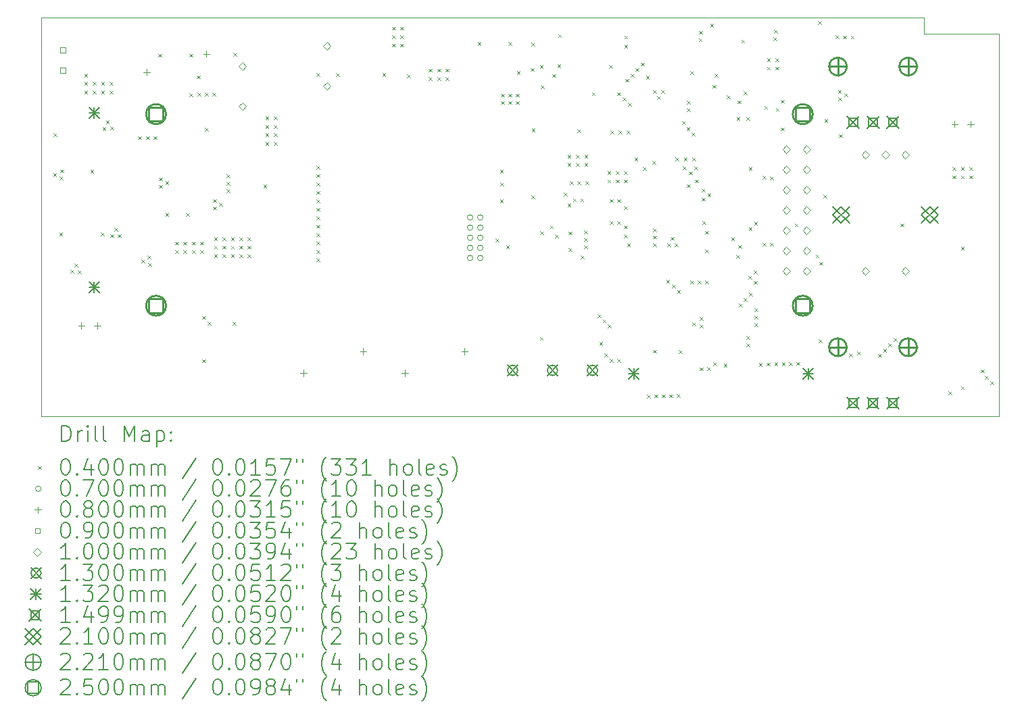
<source format=gbr>
%FSLAX45Y45*%
G04 Gerber Fmt 4.5, Leading zero omitted, Abs format (unit mm)*
G04 Created by KiCad (PCBNEW 6.0.0-2.fc35) date 2022-02-25 18:53:33*
%MOMM*%
%LPD*%
G01*
G04 APERTURE LIST*
%TA.AperFunction,Profile*%
%ADD10C,0.050000*%
%TD*%
%ADD11C,0.200000*%
%ADD12C,0.040000*%
%ADD13C,0.070000*%
%ADD14C,0.080000*%
%ADD15C,0.090000*%
%ADD16C,0.100000*%
%ADD17C,0.130000*%
%ADD18C,0.132000*%
%ADD19C,0.149860*%
%ADD20C,0.210000*%
%ADD21C,0.220980*%
%ADD22C,0.250000*%
G04 APERTURE END LIST*
D10*
X20055362Y-7614500D02*
X9002362Y-7614500D01*
X21002362Y-7818500D02*
X21002362Y-12614500D01*
X20055362Y-7818500D02*
X20055362Y-7614500D01*
X9002362Y-12614500D02*
X9002362Y-7614500D01*
X9002362Y-12614500D02*
X21002362Y-12614500D01*
X21002362Y-7818500D02*
X20055362Y-7818500D01*
D11*
D12*
X9149514Y-9567500D02*
X9189514Y-9607500D01*
X9189514Y-9567500D02*
X9149514Y-9607500D01*
X9155362Y-9065500D02*
X9195362Y-9105500D01*
X9195362Y-9065500D02*
X9155362Y-9105500D01*
X9227362Y-10312500D02*
X9267362Y-10352500D01*
X9267362Y-10312500D02*
X9227362Y-10352500D01*
X9230362Y-9611500D02*
X9270362Y-9651500D01*
X9270362Y-9611500D02*
X9230362Y-9651500D01*
X9238362Y-9518500D02*
X9278362Y-9558500D01*
X9278362Y-9518500D02*
X9238362Y-9558500D01*
X9363362Y-10779500D02*
X9403362Y-10819500D01*
X9403362Y-10779500D02*
X9363362Y-10819500D01*
X9414362Y-10701500D02*
X9454362Y-10741500D01*
X9454362Y-10701500D02*
X9414362Y-10741500D01*
X9456362Y-10784500D02*
X9496362Y-10824500D01*
X9496362Y-10784500D02*
X9456362Y-10824500D01*
X9539362Y-8319500D02*
X9579362Y-8359500D01*
X9579362Y-8319500D02*
X9539362Y-8359500D01*
X9539362Y-8425000D02*
X9579362Y-8465000D01*
X9579362Y-8425000D02*
X9539362Y-8465000D01*
X9539362Y-8530500D02*
X9579362Y-8570500D01*
X9579362Y-8530500D02*
X9539362Y-8570500D01*
X9615362Y-9526150D02*
X9655362Y-9566150D01*
X9655362Y-9526150D02*
X9615362Y-9566150D01*
X9644862Y-8425000D02*
X9684862Y-8465000D01*
X9684862Y-8425000D02*
X9644862Y-8465000D01*
X9644862Y-8530500D02*
X9684862Y-8570500D01*
X9684862Y-8530500D02*
X9644862Y-8570500D01*
X9749362Y-10311500D02*
X9789362Y-10351500D01*
X9789362Y-10311500D02*
X9749362Y-10351500D01*
X9750362Y-8425000D02*
X9790362Y-8465000D01*
X9790362Y-8425000D02*
X9750362Y-8465000D01*
X9750362Y-8530500D02*
X9790362Y-8570500D01*
X9790362Y-8530500D02*
X9750362Y-8570500D01*
X9767362Y-8988500D02*
X9807362Y-9028500D01*
X9807362Y-8988500D02*
X9767362Y-9028500D01*
X9810362Y-8905152D02*
X9850362Y-8945152D01*
X9850362Y-8905152D02*
X9810362Y-8945152D01*
X9855862Y-8425000D02*
X9895862Y-8465000D01*
X9895862Y-8425000D02*
X9855862Y-8465000D01*
X9855862Y-8530500D02*
X9895862Y-8570500D01*
X9895862Y-8530500D02*
X9855862Y-8570500D01*
X9866362Y-8980500D02*
X9906362Y-9020500D01*
X9906362Y-8980500D02*
X9866362Y-9020500D01*
X9867362Y-10331500D02*
X9907362Y-10371500D01*
X9907362Y-10331500D02*
X9867362Y-10371500D01*
X9915362Y-10251500D02*
X9955362Y-10291500D01*
X9955362Y-10251500D02*
X9915362Y-10291500D01*
X9961362Y-10331500D02*
X10001362Y-10371500D01*
X10001362Y-10331500D02*
X9961362Y-10371500D01*
X10210362Y-9104500D02*
X10250362Y-9144500D01*
X10250362Y-9104500D02*
X10210362Y-9144500D01*
X10254362Y-10652500D02*
X10294362Y-10692500D01*
X10294362Y-10652500D02*
X10254362Y-10692500D01*
X10312362Y-9104500D02*
X10352362Y-9144500D01*
X10352362Y-9104500D02*
X10312362Y-9144500D01*
X10331362Y-10599500D02*
X10371362Y-10639500D01*
X10371362Y-10599500D02*
X10331362Y-10639500D01*
X10339362Y-10692500D02*
X10379362Y-10732500D01*
X10379362Y-10692500D02*
X10339362Y-10732500D01*
X10406362Y-9104500D02*
X10446362Y-9144500D01*
X10446362Y-9104500D02*
X10406362Y-9144500D01*
X10468362Y-8071500D02*
X10508362Y-8111500D01*
X10508362Y-8071500D02*
X10468362Y-8111500D01*
X10475362Y-9620500D02*
X10515362Y-9660500D01*
X10515362Y-9620500D02*
X10475362Y-9660500D01*
X10475362Y-9713500D02*
X10515362Y-9753500D01*
X10515362Y-9713500D02*
X10475362Y-9753500D01*
X10556147Y-10065284D02*
X10596147Y-10105284D01*
X10596147Y-10065284D02*
X10556147Y-10105284D01*
X10556362Y-9665500D02*
X10596362Y-9705500D01*
X10596362Y-9665500D02*
X10556362Y-9705500D01*
X10676362Y-10424500D02*
X10716362Y-10464500D01*
X10716362Y-10424500D02*
X10676362Y-10464500D01*
X10676362Y-10530000D02*
X10716362Y-10570000D01*
X10716362Y-10530000D02*
X10676362Y-10570000D01*
X10781862Y-10424500D02*
X10821862Y-10464500D01*
X10821862Y-10424500D02*
X10781862Y-10464500D01*
X10781862Y-10530000D02*
X10821862Y-10570000D01*
X10821862Y-10530000D02*
X10781862Y-10570000D01*
X10814357Y-10064495D02*
X10854357Y-10104495D01*
X10854357Y-10064495D02*
X10814357Y-10104495D01*
X10857362Y-8071500D02*
X10897362Y-8111500D01*
X10897362Y-8071500D02*
X10857362Y-8111500D01*
X10857362Y-8567500D02*
X10897362Y-8607500D01*
X10897362Y-8567500D02*
X10857362Y-8607500D01*
X10887362Y-10424500D02*
X10927362Y-10464500D01*
X10927362Y-10424500D02*
X10887362Y-10464500D01*
X10887362Y-10530000D02*
X10927362Y-10570000D01*
X10927362Y-10530000D02*
X10887362Y-10570000D01*
X10947662Y-8342500D02*
X10987662Y-8382500D01*
X10987662Y-8342500D02*
X10947662Y-8382500D01*
X10955362Y-8556500D02*
X10995362Y-8596500D01*
X10995362Y-8556500D02*
X10955362Y-8596500D01*
X10992862Y-10424500D02*
X11032862Y-10464500D01*
X11032862Y-10424500D02*
X10992862Y-10464500D01*
X10992862Y-10530000D02*
X11032862Y-10570000D01*
X11032862Y-10530000D02*
X10992862Y-10570000D01*
X11016362Y-11357500D02*
X11056362Y-11397500D01*
X11056362Y-11357500D02*
X11016362Y-11397500D01*
X11016362Y-11898500D02*
X11056362Y-11938500D01*
X11056362Y-11898500D02*
X11016362Y-11938500D01*
X11049362Y-8556500D02*
X11089362Y-8596500D01*
X11089362Y-8556500D02*
X11049362Y-8596500D01*
X11049362Y-8997500D02*
X11089362Y-9037500D01*
X11089362Y-8997500D02*
X11049362Y-9037500D01*
X11083362Y-11428500D02*
X11123362Y-11468500D01*
X11123362Y-11428500D02*
X11083362Y-11468500D01*
X11142362Y-8556500D02*
X11182362Y-8596500D01*
X11182362Y-8556500D02*
X11142362Y-8596500D01*
X11150362Y-9984500D02*
X11190362Y-10024500D01*
X11190362Y-9984500D02*
X11150362Y-10024500D01*
X11151362Y-9891500D02*
X11191362Y-9931500D01*
X11191362Y-9891500D02*
X11151362Y-9931500D01*
X11165362Y-10372000D02*
X11205362Y-10412000D01*
X11205362Y-10372000D02*
X11165362Y-10412000D01*
X11165362Y-10477500D02*
X11205362Y-10517500D01*
X11205362Y-10477500D02*
X11165362Y-10517500D01*
X11165362Y-10583000D02*
X11205362Y-10623000D01*
X11205362Y-10583000D02*
X11165362Y-10623000D01*
X11231362Y-9938500D02*
X11271362Y-9978500D01*
X11271362Y-9938500D02*
X11231362Y-9978500D01*
X11270862Y-10372000D02*
X11310862Y-10412000D01*
X11310862Y-10372000D02*
X11270862Y-10412000D01*
X11270862Y-10477500D02*
X11310862Y-10517500D01*
X11310862Y-10477500D02*
X11270862Y-10517500D01*
X11270862Y-10583000D02*
X11310862Y-10623000D01*
X11310862Y-10583000D02*
X11270862Y-10623000D01*
X11320362Y-9584500D02*
X11360362Y-9624500D01*
X11360362Y-9584500D02*
X11320362Y-9624500D01*
X11320362Y-9677500D02*
X11360362Y-9717500D01*
X11360362Y-9677500D02*
X11320362Y-9717500D01*
X11320362Y-9770500D02*
X11360362Y-9810500D01*
X11360362Y-9770500D02*
X11320362Y-9810500D01*
X11376362Y-10372000D02*
X11416362Y-10412000D01*
X11416362Y-10372000D02*
X11376362Y-10412000D01*
X11376362Y-10477500D02*
X11416362Y-10517500D01*
X11416362Y-10477500D02*
X11376362Y-10517500D01*
X11376362Y-10583000D02*
X11416362Y-10623000D01*
X11416362Y-10583000D02*
X11376362Y-10623000D01*
X11397362Y-11428500D02*
X11437362Y-11468500D01*
X11437362Y-11428500D02*
X11397362Y-11468500D01*
X11408362Y-8057800D02*
X11448362Y-8097800D01*
X11448362Y-8057800D02*
X11408362Y-8097800D01*
X11481862Y-10372000D02*
X11521862Y-10412000D01*
X11521862Y-10372000D02*
X11481862Y-10412000D01*
X11481862Y-10477500D02*
X11521862Y-10517500D01*
X11521862Y-10477500D02*
X11481862Y-10517500D01*
X11481862Y-10583000D02*
X11521862Y-10623000D01*
X11521862Y-10583000D02*
X11481862Y-10623000D01*
X11587362Y-10372000D02*
X11627362Y-10412000D01*
X11627362Y-10372000D02*
X11587362Y-10412000D01*
X11587362Y-10477500D02*
X11627362Y-10517500D01*
X11627362Y-10477500D02*
X11587362Y-10517500D01*
X11587362Y-10583000D02*
X11627362Y-10623000D01*
X11627362Y-10583000D02*
X11587362Y-10623000D01*
X11782362Y-9709500D02*
X11822362Y-9749500D01*
X11822362Y-9709500D02*
X11782362Y-9749500D01*
X11809862Y-8857500D02*
X11849862Y-8897500D01*
X11849862Y-8857500D02*
X11809862Y-8897500D01*
X11809862Y-8963000D02*
X11849862Y-9003000D01*
X11849862Y-8963000D02*
X11809862Y-9003000D01*
X11809862Y-9068500D02*
X11849862Y-9108500D01*
X11849862Y-9068500D02*
X11809862Y-9108500D01*
X11809862Y-9174000D02*
X11849862Y-9214000D01*
X11849862Y-9174000D02*
X11809862Y-9214000D01*
X11914362Y-8857500D02*
X11954362Y-8897500D01*
X11954362Y-8857500D02*
X11914362Y-8897500D01*
X11914362Y-8963000D02*
X11954362Y-9003000D01*
X11954362Y-8963000D02*
X11914362Y-9003000D01*
X11914362Y-9068500D02*
X11954362Y-9108500D01*
X11954362Y-9068500D02*
X11914362Y-9108500D01*
X11914362Y-9174000D02*
X11954362Y-9214000D01*
X11954362Y-9174000D02*
X11914362Y-9214000D01*
X12445362Y-9474500D02*
X12485362Y-9514500D01*
X12485362Y-9474500D02*
X12445362Y-9514500D01*
X12445362Y-9580000D02*
X12485362Y-9620000D01*
X12485362Y-9580000D02*
X12445362Y-9620000D01*
X12445362Y-9685500D02*
X12485362Y-9725500D01*
X12485362Y-9685500D02*
X12445362Y-9725500D01*
X12445362Y-9791000D02*
X12485362Y-9831000D01*
X12485362Y-9791000D02*
X12445362Y-9831000D01*
X12445362Y-9896500D02*
X12485362Y-9936500D01*
X12485362Y-9896500D02*
X12445362Y-9936500D01*
X12445362Y-10002000D02*
X12485362Y-10042000D01*
X12485362Y-10002000D02*
X12445362Y-10042000D01*
X12445362Y-10107500D02*
X12485362Y-10147500D01*
X12485362Y-10107500D02*
X12445362Y-10147500D01*
X12445362Y-10213000D02*
X12485362Y-10253000D01*
X12485362Y-10213000D02*
X12445362Y-10253000D01*
X12445362Y-10318500D02*
X12485362Y-10358500D01*
X12485362Y-10318500D02*
X12445362Y-10358500D01*
X12445362Y-10424000D02*
X12485362Y-10464000D01*
X12485362Y-10424000D02*
X12445362Y-10464000D01*
X12445362Y-10529500D02*
X12485362Y-10569500D01*
X12485362Y-10529500D02*
X12445362Y-10569500D01*
X12445362Y-10635000D02*
X12485362Y-10675000D01*
X12485362Y-10635000D02*
X12445362Y-10675000D01*
X12449062Y-8313200D02*
X12489062Y-8353200D01*
X12489062Y-8313200D02*
X12449062Y-8353200D01*
X12693362Y-8313200D02*
X12733362Y-8353200D01*
X12733362Y-8313200D02*
X12693362Y-8353200D01*
X13274062Y-8313200D02*
X13314062Y-8353200D01*
X13314062Y-8313200D02*
X13274062Y-8353200D01*
X13394862Y-7733000D02*
X13434862Y-7773000D01*
X13434862Y-7733000D02*
X13394862Y-7773000D01*
X13394862Y-7838500D02*
X13434862Y-7878500D01*
X13434862Y-7838500D02*
X13394862Y-7878500D01*
X13394862Y-7944000D02*
X13434862Y-7984000D01*
X13434862Y-7944000D02*
X13394862Y-7984000D01*
X13500362Y-7733000D02*
X13540362Y-7773000D01*
X13540362Y-7733000D02*
X13500362Y-7773000D01*
X13500362Y-7838500D02*
X13540362Y-7878500D01*
X13540362Y-7838500D02*
X13500362Y-7878500D01*
X13500362Y-7944000D02*
X13540362Y-7984000D01*
X13540362Y-7944000D02*
X13500362Y-7984000D01*
X13584362Y-8331500D02*
X13624362Y-8371500D01*
X13624362Y-8331500D02*
X13584362Y-8371500D01*
X13855362Y-8258500D02*
X13895362Y-8298500D01*
X13895362Y-8258500D02*
X13855362Y-8298500D01*
X13855362Y-8364000D02*
X13895362Y-8404000D01*
X13895362Y-8364000D02*
X13855362Y-8404000D01*
X13960862Y-8258500D02*
X14000862Y-8298500D01*
X14000862Y-8258500D02*
X13960862Y-8298500D01*
X13960862Y-8364000D02*
X14000862Y-8404000D01*
X14000862Y-8364000D02*
X13960862Y-8404000D01*
X14066362Y-8258500D02*
X14106362Y-8298500D01*
X14106362Y-8258500D02*
X14066362Y-8298500D01*
X14066362Y-8364000D02*
X14106362Y-8404000D01*
X14106362Y-8364000D02*
X14066362Y-8404000D01*
X14466362Y-7921500D02*
X14506362Y-7961500D01*
X14506362Y-7921500D02*
X14466362Y-7961500D01*
X14691362Y-10388500D02*
X14731362Y-10428500D01*
X14731362Y-10388500D02*
X14691362Y-10428500D01*
X14746362Y-9523500D02*
X14786362Y-9563500D01*
X14786362Y-9523500D02*
X14746362Y-9563500D01*
X14746362Y-9895500D02*
X14786362Y-9935500D01*
X14786362Y-9895500D02*
X14746362Y-9935500D01*
X14752362Y-9687500D02*
X14792362Y-9727500D01*
X14792362Y-9687500D02*
X14752362Y-9727500D01*
X14757362Y-8572500D02*
X14797362Y-8612500D01*
X14797362Y-8572500D02*
X14757362Y-8612500D01*
X14757362Y-8665500D02*
X14797362Y-8705500D01*
X14797362Y-8665500D02*
X14757362Y-8705500D01*
X14823362Y-10470500D02*
X14863362Y-10510500D01*
X14863362Y-10470500D02*
X14823362Y-10510500D01*
X14850362Y-7922500D02*
X14890362Y-7962500D01*
X14890362Y-7922500D02*
X14850362Y-7962500D01*
X14850362Y-8571500D02*
X14890362Y-8611500D01*
X14890362Y-8571500D02*
X14850362Y-8611500D01*
X14850362Y-8664500D02*
X14890362Y-8704500D01*
X14890362Y-8664500D02*
X14850362Y-8704500D01*
X14943362Y-8572500D02*
X14983362Y-8612500D01*
X14983362Y-8572500D02*
X14943362Y-8612500D01*
X14943362Y-8665500D02*
X14983362Y-8705500D01*
X14983362Y-8665500D02*
X14943362Y-8705500D01*
X14957362Y-8290500D02*
X14997362Y-8330500D01*
X14997362Y-8290500D02*
X14957362Y-8330500D01*
X15134362Y-8249500D02*
X15174362Y-8289500D01*
X15174362Y-8249500D02*
X15134362Y-8289500D01*
X15139788Y-7929200D02*
X15179788Y-7969200D01*
X15179788Y-7929200D02*
X15139788Y-7969200D01*
X15141362Y-9846500D02*
X15181362Y-9886500D01*
X15181362Y-9846500D02*
X15141362Y-9886500D01*
X15145362Y-9004500D02*
X15185362Y-9044500D01*
X15185362Y-9004500D02*
X15145362Y-9044500D01*
X15245362Y-11618500D02*
X15285362Y-11658500D01*
X15285362Y-11618500D02*
X15245362Y-11658500D01*
X15246362Y-8210500D02*
X15286362Y-8250500D01*
X15286362Y-8210500D02*
X15246362Y-8250500D01*
X15252362Y-10294500D02*
X15292362Y-10334500D01*
X15292362Y-10294500D02*
X15252362Y-10334500D01*
X15257294Y-8464568D02*
X15297294Y-8504568D01*
X15297294Y-8464568D02*
X15257294Y-8504568D01*
X15373259Y-10222500D02*
X15413259Y-10262500D01*
X15413259Y-10222500D02*
X15373259Y-10262500D01*
X15399973Y-8325814D02*
X15439973Y-8365814D01*
X15439973Y-8325814D02*
X15399973Y-8365814D01*
X15438409Y-10335500D02*
X15478409Y-10375500D01*
X15478409Y-10335500D02*
X15438409Y-10375500D01*
X15465362Y-8202500D02*
X15505362Y-8242500D01*
X15505362Y-8202500D02*
X15465362Y-8242500D01*
X15475362Y-7826500D02*
X15515362Y-7866500D01*
X15515362Y-7826500D02*
X15475362Y-7866500D01*
X15546562Y-9808901D02*
X15586562Y-9848901D01*
X15586562Y-9808901D02*
X15546562Y-9848901D01*
X15592722Y-9947852D02*
X15632722Y-9987852D01*
X15632722Y-9947852D02*
X15592722Y-9987852D01*
X15594362Y-9336000D02*
X15634362Y-9376000D01*
X15634362Y-9336000D02*
X15594362Y-9376000D01*
X15594362Y-9441500D02*
X15634362Y-9481500D01*
X15634362Y-9441500D02*
X15594362Y-9481500D01*
X15606361Y-10505500D02*
X15646361Y-10545500D01*
X15646361Y-10505500D02*
X15606361Y-10545500D01*
X15606362Y-10299500D02*
X15646362Y-10339500D01*
X15646362Y-10299500D02*
X15606362Y-10339500D01*
X15621362Y-9668500D02*
X15661362Y-9708500D01*
X15661362Y-9668500D02*
X15621362Y-9708500D01*
X15661514Y-9882652D02*
X15701514Y-9922652D01*
X15701514Y-9882652D02*
X15661514Y-9922652D01*
X15699862Y-9336000D02*
X15739862Y-9376000D01*
X15739862Y-9336000D02*
X15699862Y-9376000D01*
X15699862Y-9441500D02*
X15739862Y-9481500D01*
X15739862Y-9441500D02*
X15699862Y-9481500D01*
X15715362Y-9018500D02*
X15755362Y-9058500D01*
X15755362Y-9018500D02*
X15715362Y-9058500D01*
X15715362Y-9668500D02*
X15755362Y-9708500D01*
X15755362Y-9668500D02*
X15715362Y-9708500D01*
X15754618Y-9884700D02*
X15794618Y-9924700D01*
X15794618Y-9884700D02*
X15754618Y-9924700D01*
X15758362Y-10598500D02*
X15798362Y-10638500D01*
X15798362Y-10598500D02*
X15758362Y-10638500D01*
X15803362Y-10283500D02*
X15843362Y-10323500D01*
X15843362Y-10283500D02*
X15803362Y-10323500D01*
X15803362Y-10376500D02*
X15843362Y-10416500D01*
X15843362Y-10376500D02*
X15803362Y-10416500D01*
X15803362Y-10469500D02*
X15843362Y-10509500D01*
X15843362Y-10469500D02*
X15803362Y-10509500D01*
X15805362Y-9336000D02*
X15845362Y-9376000D01*
X15845362Y-9336000D02*
X15805362Y-9376000D01*
X15805362Y-9441500D02*
X15845362Y-9481500D01*
X15845362Y-9441500D02*
X15805362Y-9481500D01*
X15820362Y-9668500D02*
X15860362Y-9708500D01*
X15860362Y-9668500D02*
X15820362Y-9708500D01*
X15898362Y-8555500D02*
X15938362Y-8595500D01*
X15938362Y-8555500D02*
X15898362Y-8595500D01*
X15967362Y-11333500D02*
X16007362Y-11373500D01*
X16007362Y-11333500D02*
X15967362Y-11373500D01*
X15990362Y-11684198D02*
X16030362Y-11724198D01*
X16030362Y-11684198D02*
X15990362Y-11724198D01*
X16033862Y-11400000D02*
X16073862Y-11440000D01*
X16073862Y-11400000D02*
X16033862Y-11440000D01*
X16056362Y-11824500D02*
X16096362Y-11864500D01*
X16096362Y-11824500D02*
X16056362Y-11864500D01*
X16092362Y-9542000D02*
X16132362Y-9582000D01*
X16132362Y-9542000D02*
X16092362Y-9582000D01*
X16092362Y-9647500D02*
X16132362Y-9687500D01*
X16132362Y-9647500D02*
X16092362Y-9687500D01*
X16099362Y-11465500D02*
X16139362Y-11505500D01*
X16139362Y-11465500D02*
X16099362Y-11505500D01*
X16114413Y-8211650D02*
X16154413Y-8251650D01*
X16154413Y-8211650D02*
X16114413Y-8251650D01*
X16120362Y-11892500D02*
X16160362Y-11932500D01*
X16160362Y-11892500D02*
X16120362Y-11932500D01*
X16125362Y-9892500D02*
X16165362Y-9932500D01*
X16165362Y-9892500D02*
X16125362Y-9932500D01*
X16125362Y-10164500D02*
X16165362Y-10204500D01*
X16165362Y-10164500D02*
X16125362Y-10204500D01*
X16128362Y-9031500D02*
X16168362Y-9071500D01*
X16168362Y-9031500D02*
X16128362Y-9071500D01*
X16197862Y-9542000D02*
X16237862Y-9582000D01*
X16237862Y-9542000D02*
X16197862Y-9582000D01*
X16197862Y-9647500D02*
X16237862Y-9687500D01*
X16237862Y-9647500D02*
X16197862Y-9687500D01*
X16214362Y-11896500D02*
X16254362Y-11936500D01*
X16254362Y-11896500D02*
X16214362Y-11936500D01*
X16215362Y-9892500D02*
X16255362Y-9932500D01*
X16255362Y-9892500D02*
X16215362Y-9932500D01*
X16215362Y-10164500D02*
X16255362Y-10204500D01*
X16255362Y-10164500D02*
X16215362Y-10204500D01*
X16217362Y-8554500D02*
X16257362Y-8594500D01*
X16257362Y-8554500D02*
X16217362Y-8594500D01*
X16232362Y-9030500D02*
X16272362Y-9070500D01*
X16272362Y-9030500D02*
X16232362Y-9070500D01*
X16285362Y-8619500D02*
X16325362Y-8659500D01*
X16325362Y-8619500D02*
X16285362Y-8659500D01*
X16303362Y-9542000D02*
X16343362Y-9582000D01*
X16343362Y-9542000D02*
X16303362Y-9582000D01*
X16303362Y-9647500D02*
X16343362Y-9687500D01*
X16343362Y-9647500D02*
X16303362Y-9687500D01*
X16303362Y-9981500D02*
X16343362Y-10021500D01*
X16343362Y-9981500D02*
X16303362Y-10021500D01*
X16303362Y-10221500D02*
X16343362Y-10261500D01*
X16343362Y-10221500D02*
X16303362Y-10261500D01*
X16303362Y-10334500D02*
X16343362Y-10374500D01*
X16343362Y-10334500D02*
X16303362Y-10374500D01*
X16304362Y-7843500D02*
X16344362Y-7883500D01*
X16344362Y-7843500D02*
X16304362Y-7883500D01*
X16305362Y-7956800D02*
X16345362Y-7996800D01*
X16345362Y-7956800D02*
X16305362Y-7996800D01*
X16320012Y-8384074D02*
X16360012Y-8424074D01*
X16360012Y-8384074D02*
X16320012Y-8424074D01*
X16335362Y-9030500D02*
X16375362Y-9070500D01*
X16375362Y-9030500D02*
X16335362Y-9070500D01*
X16339362Y-10447500D02*
X16379362Y-10487500D01*
X16379362Y-10447500D02*
X16339362Y-10487500D01*
X16351362Y-8687500D02*
X16391362Y-8727500D01*
X16391362Y-8687500D02*
X16351362Y-8727500D01*
X16386422Y-8319469D02*
X16426422Y-8359469D01*
X16426422Y-8319469D02*
X16386422Y-8359469D01*
X16432362Y-9370500D02*
X16472362Y-9410500D01*
X16472362Y-9370500D02*
X16432362Y-9410500D01*
X16446242Y-8248718D02*
X16486242Y-8288718D01*
X16486242Y-8248718D02*
X16446242Y-8288718D01*
X16510247Y-8181730D02*
X16550247Y-8221730D01*
X16550247Y-8181730D02*
X16510247Y-8221730D01*
X16539362Y-9491500D02*
X16579362Y-9531500D01*
X16579362Y-9491500D02*
X16539362Y-9531500D01*
X16576543Y-8344500D02*
X16616543Y-8384500D01*
X16616543Y-8344500D02*
X16576543Y-8384500D01*
X16588756Y-12341121D02*
X16628756Y-12381121D01*
X16628756Y-12341121D02*
X16588756Y-12381121D01*
X16653862Y-9413000D02*
X16693862Y-9453000D01*
X16693862Y-9413000D02*
X16653862Y-9453000D01*
X16663362Y-8523500D02*
X16703362Y-8563500D01*
X16703362Y-8523500D02*
X16663362Y-8563500D01*
X16665195Y-11779667D02*
X16705195Y-11819667D01*
X16705195Y-11779667D02*
X16665195Y-11819667D01*
X16667362Y-10257500D02*
X16707362Y-10297500D01*
X16707362Y-10257500D02*
X16667362Y-10297500D01*
X16667362Y-10349500D02*
X16707362Y-10389500D01*
X16707362Y-10349500D02*
X16667362Y-10389500D01*
X16667362Y-10447500D02*
X16707362Y-10487500D01*
X16707362Y-10447500D02*
X16667362Y-10487500D01*
X16681440Y-12339355D02*
X16721440Y-12379355D01*
X16721440Y-12339355D02*
X16681440Y-12379355D01*
X16715362Y-8602500D02*
X16755362Y-8642500D01*
X16755362Y-8602500D02*
X16715362Y-8642500D01*
X16768862Y-8523500D02*
X16808862Y-8563500D01*
X16808862Y-8523500D02*
X16768862Y-8563500D01*
X16774139Y-12339668D02*
X16814140Y-12379668D01*
X16814140Y-12339668D02*
X16774139Y-12379668D01*
X16830362Y-10901500D02*
X16870362Y-10941500D01*
X16870362Y-10901500D02*
X16830362Y-10941500D01*
X16839362Y-10447500D02*
X16879362Y-10487500D01*
X16879362Y-10447500D02*
X16839362Y-10487500D01*
X16867710Y-12340153D02*
X16907710Y-12380153D01*
X16907710Y-12340153D02*
X16867710Y-12380153D01*
X16885362Y-10366500D02*
X16925362Y-10406500D01*
X16925362Y-10366500D02*
X16885362Y-10406500D01*
X16902362Y-10960500D02*
X16942362Y-11000500D01*
X16942362Y-10960500D02*
X16902362Y-11000500D01*
X16932362Y-10447500D02*
X16972362Y-10487500D01*
X16972362Y-10447500D02*
X16932362Y-10487500D01*
X16943362Y-9369500D02*
X16983362Y-9409500D01*
X16983362Y-9369500D02*
X16943362Y-9409500D01*
X16960362Y-12337187D02*
X17000362Y-12377187D01*
X17000362Y-12337187D02*
X16960362Y-12377187D01*
X16965362Y-11029500D02*
X17005362Y-11069500D01*
X17005362Y-11029500D02*
X16965362Y-11069500D01*
X16984525Y-11784262D02*
X17024525Y-11824262D01*
X17024525Y-11784262D02*
X16984525Y-11824262D01*
X17026045Y-8912828D02*
X17066045Y-8952828D01*
X17066045Y-8912828D02*
X17026045Y-8952828D01*
X17034362Y-9481500D02*
X17074362Y-9521500D01*
X17074362Y-9481500D02*
X17034362Y-9521500D01*
X17050362Y-9369500D02*
X17090362Y-9409500D01*
X17090362Y-9369500D02*
X17050362Y-9409500D01*
X17084082Y-8989753D02*
X17124082Y-9029753D01*
X17124082Y-8989753D02*
X17084082Y-9029753D01*
X17085362Y-9705500D02*
X17125362Y-9745500D01*
X17125362Y-9705500D02*
X17085362Y-9745500D01*
X17090319Y-8661800D02*
X17130319Y-8701800D01*
X17130319Y-8661800D02*
X17090319Y-8701800D01*
X17090661Y-8754500D02*
X17130661Y-8794500D01*
X17130661Y-8754500D02*
X17090661Y-8794500D01*
X17113862Y-9546000D02*
X17153862Y-9586000D01*
X17153862Y-9546000D02*
X17113862Y-9586000D01*
X17128362Y-8285500D02*
X17168362Y-8325500D01*
X17168362Y-8285500D02*
X17128362Y-8325500D01*
X17132362Y-10912500D02*
X17172362Y-10952500D01*
X17172362Y-10912500D02*
X17132362Y-10952500D01*
X17149162Y-9055767D02*
X17189162Y-9095767D01*
X17189162Y-9055767D02*
X17149162Y-9095767D01*
X17154362Y-9369500D02*
X17194362Y-9409500D01*
X17194362Y-9369500D02*
X17154362Y-9409500D01*
X17156862Y-11438000D02*
X17196862Y-11478000D01*
X17196862Y-11438000D02*
X17156862Y-11478000D01*
X17178362Y-9481500D02*
X17218362Y-9521500D01*
X17218362Y-9481500D02*
X17178362Y-9521500D01*
X17192362Y-9645500D02*
X17232362Y-9685500D01*
X17232362Y-9645500D02*
X17192362Y-9685500D01*
X17225362Y-10912500D02*
X17265362Y-10952500D01*
X17265362Y-10912500D02*
X17225362Y-10952500D01*
X17236286Y-7876021D02*
X17276286Y-7916021D01*
X17276286Y-7876021D02*
X17236286Y-7916021D01*
X17239222Y-7783367D02*
X17279222Y-7823367D01*
X17279222Y-7783367D02*
X17239222Y-7823367D01*
X17246362Y-11370500D02*
X17286362Y-11410500D01*
X17286362Y-11370500D02*
X17246362Y-11410500D01*
X17246362Y-11463500D02*
X17286362Y-11503500D01*
X17286362Y-11463500D02*
X17246362Y-11503500D01*
X17246514Y-11999500D02*
X17286514Y-12039500D01*
X17286514Y-11999500D02*
X17246514Y-12039500D01*
X17271362Y-9874500D02*
X17311362Y-9914500D01*
X17311362Y-9874500D02*
X17271362Y-9914500D01*
X17275362Y-9760500D02*
X17315362Y-9800500D01*
X17315362Y-9760500D02*
X17275362Y-9800500D01*
X17280362Y-10168500D02*
X17320362Y-10208500D01*
X17320362Y-10168500D02*
X17280362Y-10208500D01*
X17313362Y-10523500D02*
X17353362Y-10563500D01*
X17353362Y-10523500D02*
X17313362Y-10563500D01*
X17314362Y-10289500D02*
X17354362Y-10329500D01*
X17354362Y-10289500D02*
X17314362Y-10329500D01*
X17318362Y-10912500D02*
X17358362Y-10952500D01*
X17358362Y-10912500D02*
X17318362Y-10952500D01*
X17341362Y-11997152D02*
X17381362Y-12037152D01*
X17381362Y-11997152D02*
X17341362Y-12037152D01*
X17346362Y-9819500D02*
X17386362Y-9859500D01*
X17386362Y-9819500D02*
X17346362Y-9859500D01*
X17379362Y-7697500D02*
X17419362Y-7737500D01*
X17419362Y-7697500D02*
X17379362Y-7737500D01*
X17406501Y-8460500D02*
X17446501Y-8500500D01*
X17446501Y-8460500D02*
X17406501Y-8500500D01*
X17418147Y-11937284D02*
X17458147Y-11977284D01*
X17458147Y-11937284D02*
X17418147Y-11977284D01*
X17437362Y-8321500D02*
X17477362Y-8361500D01*
X17477362Y-8321500D02*
X17437362Y-8361500D01*
X17548622Y-11951723D02*
X17588622Y-11991723D01*
X17588622Y-11951723D02*
X17548622Y-11991723D01*
X17585562Y-8590997D02*
X17625562Y-8630997D01*
X17625562Y-8590997D02*
X17585562Y-8630997D01*
X17643362Y-10368500D02*
X17683362Y-10408500D01*
X17683362Y-10368500D02*
X17643362Y-10408500D01*
X17705966Y-10593103D02*
X17745966Y-10633103D01*
X17745966Y-10593103D02*
X17705966Y-10633103D01*
X17710362Y-8861999D02*
X17750362Y-8901999D01*
X17750362Y-8861999D02*
X17710362Y-8901999D01*
X17723362Y-8656197D02*
X17763362Y-8696197D01*
X17763362Y-8656197D02*
X17723362Y-8696197D01*
X17732362Y-10468500D02*
X17772362Y-10508500D01*
X17772362Y-10468500D02*
X17732362Y-10508500D01*
X17737362Y-11200500D02*
X17777362Y-11240500D01*
X17777362Y-11200500D02*
X17737362Y-11240500D01*
X17770362Y-7894500D02*
X17810362Y-7934500D01*
X17810362Y-7894500D02*
X17770362Y-7934500D01*
X17799519Y-11130657D02*
X17839519Y-11170657D01*
X17839519Y-11130657D02*
X17799519Y-11170657D01*
X17800362Y-8542500D02*
X17840362Y-8582500D01*
X17840362Y-8542500D02*
X17800362Y-8582500D01*
X17831756Y-11608888D02*
X17871756Y-11648888D01*
X17871756Y-11608888D02*
X17831756Y-11648888D01*
X17831756Y-11701538D02*
X17871756Y-11741538D01*
X17871756Y-11701538D02*
X17831756Y-11741538D01*
X17834367Y-8862335D02*
X17874367Y-8902335D01*
X17874367Y-8862335D02*
X17834367Y-8902335D01*
X17858867Y-10851005D02*
X17898867Y-10891005D01*
X17898867Y-10851005D02*
X17858867Y-10891005D01*
X17863017Y-10246500D02*
X17903017Y-10286500D01*
X17903017Y-10246500D02*
X17863017Y-10286500D01*
X17863067Y-9488500D02*
X17903067Y-9528500D01*
X17903067Y-9488500D02*
X17863067Y-9528500D01*
X17865519Y-11064657D02*
X17905519Y-11104657D01*
X17905519Y-11064657D02*
X17865519Y-11104657D01*
X17926362Y-10787500D02*
X17966362Y-10827500D01*
X17966362Y-10787500D02*
X17926362Y-10827500D01*
X17926362Y-10915500D02*
X17966362Y-10955500D01*
X17966362Y-10915500D02*
X17926362Y-10955500D01*
X17930362Y-10176500D02*
X17970362Y-10216500D01*
X17970362Y-10176500D02*
X17930362Y-10216500D01*
X17934406Y-11258500D02*
X17974406Y-11298500D01*
X17974406Y-11258500D02*
X17934406Y-11298500D01*
X17934406Y-11353500D02*
X17974406Y-11393500D01*
X17974406Y-11353500D02*
X17934406Y-11393500D01*
X17934406Y-11447500D02*
X17974406Y-11487500D01*
X17974406Y-11447500D02*
X17934406Y-11487500D01*
X17990338Y-11944834D02*
X18030338Y-11984834D01*
X18030338Y-11944834D02*
X17990338Y-11984834D01*
X18033656Y-10440566D02*
X18073656Y-10480566D01*
X18073656Y-10440566D02*
X18033656Y-10480566D01*
X18035795Y-9601589D02*
X18075795Y-9641589D01*
X18075795Y-9601589D02*
X18035795Y-9641589D01*
X18056362Y-8724500D02*
X18096362Y-8764500D01*
X18096362Y-8724500D02*
X18056362Y-8764500D01*
X18087085Y-11940223D02*
X18127085Y-11980223D01*
X18127085Y-11940223D02*
X18087085Y-11980223D01*
X18090362Y-8127500D02*
X18130362Y-8167500D01*
X18130362Y-8127500D02*
X18090362Y-8167500D01*
X18090362Y-8233000D02*
X18130362Y-8273000D01*
X18130362Y-8233000D02*
X18090362Y-8273000D01*
X18127958Y-10438401D02*
X18167958Y-10478401D01*
X18167958Y-10438401D02*
X18127958Y-10478401D01*
X18128362Y-9605500D02*
X18168362Y-9645500D01*
X18168362Y-9605500D02*
X18128362Y-9645500D01*
X18174362Y-7865500D02*
X18214362Y-7905500D01*
X18214362Y-7865500D02*
X18174362Y-7905500D01*
X18177258Y-7772845D02*
X18217258Y-7812845D01*
X18217258Y-7772845D02*
X18177258Y-7812845D01*
X18183624Y-11935820D02*
X18223624Y-11975820D01*
X18223624Y-11935820D02*
X18183624Y-11975820D01*
X18195862Y-8127500D02*
X18235862Y-8167500D01*
X18235862Y-8127500D02*
X18195862Y-8167500D01*
X18195862Y-8233000D02*
X18235862Y-8273000D01*
X18235862Y-8233000D02*
X18195862Y-8273000D01*
X18201562Y-8749700D02*
X18241562Y-8789700D01*
X18241562Y-8749700D02*
X18201562Y-8789700D01*
X18266533Y-8995600D02*
X18306533Y-9035600D01*
X18306533Y-8995600D02*
X18266533Y-9035600D01*
X18266762Y-8648000D02*
X18306762Y-8688000D01*
X18306762Y-8648000D02*
X18266762Y-8688000D01*
X18276233Y-11938590D02*
X18316233Y-11978590D01*
X18316233Y-11938590D02*
X18276233Y-11978590D01*
X18368882Y-11938105D02*
X18408882Y-11978105D01*
X18408882Y-11938105D02*
X18368882Y-11978105D01*
X18437012Y-10197588D02*
X18477012Y-10237588D01*
X18477012Y-10197588D02*
X18437012Y-10237588D01*
X18461362Y-11932500D02*
X18501362Y-11972500D01*
X18501362Y-11932500D02*
X18461362Y-11972500D01*
X18700061Y-10586697D02*
X18740061Y-10626697D01*
X18740061Y-10586697D02*
X18700061Y-10626697D01*
X18732624Y-7662398D02*
X18772624Y-7702398D01*
X18772624Y-7662398D02*
X18732624Y-7702398D01*
X18736974Y-11651888D02*
X18776974Y-11691888D01*
X18776974Y-11651888D02*
X18736974Y-11691888D01*
X18744478Y-10680384D02*
X18784478Y-10720384D01*
X18784478Y-10680384D02*
X18744478Y-10720384D01*
X18796362Y-9837500D02*
X18836362Y-9877500D01*
X18836362Y-9837500D02*
X18796362Y-9877500D01*
X18809762Y-8889033D02*
X18849762Y-8929033D01*
X18849762Y-8889033D02*
X18809762Y-8929033D01*
X18953362Y-7840500D02*
X18993362Y-7880500D01*
X18993362Y-7840500D02*
X18953362Y-7880500D01*
X18980362Y-8523500D02*
X19020362Y-8563500D01*
X19020362Y-8523500D02*
X18980362Y-8563500D01*
X18981362Y-8616500D02*
X19021362Y-8656500D01*
X19021362Y-8616500D02*
X18981362Y-8656500D01*
X18994362Y-9078500D02*
X19034362Y-9118500D01*
X19034362Y-9078500D02*
X18994362Y-9118500D01*
X19046362Y-7842500D02*
X19086362Y-7882500D01*
X19086362Y-7842500D02*
X19046362Y-7882500D01*
X19061362Y-8568500D02*
X19101362Y-8608500D01*
X19101362Y-8568500D02*
X19061362Y-8608500D01*
X19120765Y-11825850D02*
X19160765Y-11865850D01*
X19160765Y-11825850D02*
X19120765Y-11865850D01*
X19140362Y-7843500D02*
X19180362Y-7883500D01*
X19180362Y-7843500D02*
X19140362Y-7883500D01*
X19221396Y-11802917D02*
X19261396Y-11842917D01*
X19261396Y-11802917D02*
X19221396Y-11842917D01*
X19482968Y-11832114D02*
X19522968Y-11872114D01*
X19522968Y-11832114D02*
X19482968Y-11872114D01*
X19547362Y-11765500D02*
X19587362Y-11805500D01*
X19587362Y-11765500D02*
X19547362Y-11805500D01*
X19612389Y-11697520D02*
X19652389Y-11737520D01*
X19652389Y-11697520D02*
X19612389Y-11737520D01*
X19676361Y-11630500D02*
X19716361Y-11670500D01*
X19716361Y-11630500D02*
X19676361Y-11670500D01*
X19765362Y-10197500D02*
X19805362Y-10237500D01*
X19805362Y-10197500D02*
X19765362Y-10237500D01*
X20365362Y-12301500D02*
X20405362Y-12341500D01*
X20405362Y-12301500D02*
X20365362Y-12341500D01*
X20415862Y-9489500D02*
X20455862Y-9529500D01*
X20455862Y-9489500D02*
X20415862Y-9529500D01*
X20415862Y-9595000D02*
X20455862Y-9635000D01*
X20455862Y-9595000D02*
X20415862Y-9635000D01*
X20520362Y-10490500D02*
X20560362Y-10530500D01*
X20560362Y-10490500D02*
X20520362Y-10530500D01*
X20521362Y-9489500D02*
X20561362Y-9529500D01*
X20561362Y-9489500D02*
X20521362Y-9529500D01*
X20521362Y-9595000D02*
X20561362Y-9635000D01*
X20561362Y-9595000D02*
X20521362Y-9635000D01*
X20521930Y-12237068D02*
X20561930Y-12277068D01*
X20561930Y-12237068D02*
X20521930Y-12277068D01*
X20626862Y-9489500D02*
X20666862Y-9529500D01*
X20666862Y-9489500D02*
X20626862Y-9529500D01*
X20626862Y-9595000D02*
X20666862Y-9635000D01*
X20666862Y-9595000D02*
X20626862Y-9635000D01*
X20771860Y-12026171D02*
X20811860Y-12066171D01*
X20811860Y-12026171D02*
X20771860Y-12066171D01*
X20819426Y-12106767D02*
X20859426Y-12146767D01*
X20859426Y-12106767D02*
X20819426Y-12146767D01*
X20888362Y-12171500D02*
X20928362Y-12211500D01*
X20928362Y-12171500D02*
X20888362Y-12211500D01*
D13*
X14408362Y-10122500D02*
G75*
G03*
X14408362Y-10122500I-35000J0D01*
G01*
X14408362Y-10249500D02*
G75*
G03*
X14408362Y-10249500I-35000J0D01*
G01*
X14408362Y-10376500D02*
G75*
G03*
X14408362Y-10376500I-35000J0D01*
G01*
X14408362Y-10503500D02*
G75*
G03*
X14408362Y-10503500I-35000J0D01*
G01*
X14408362Y-10630500D02*
G75*
G03*
X14408362Y-10630500I-35000J0D01*
G01*
X14535362Y-10122500D02*
G75*
G03*
X14535362Y-10122500I-35000J0D01*
G01*
X14535362Y-10249500D02*
G75*
G03*
X14535362Y-10249500I-35000J0D01*
G01*
X14535362Y-10376500D02*
G75*
G03*
X14535362Y-10376500I-35000J0D01*
G01*
X14535362Y-10503500D02*
G75*
G03*
X14535362Y-10503500I-35000J0D01*
G01*
X14535362Y-10630500D02*
G75*
G03*
X14535362Y-10630500I-35000J0D01*
G01*
D14*
X9504362Y-11439500D02*
X9504362Y-11519500D01*
X9464362Y-11479500D02*
X9544362Y-11479500D01*
X9704362Y-11439500D02*
X9704362Y-11519500D01*
X9664362Y-11479500D02*
X9744362Y-11479500D01*
X10320362Y-8261500D02*
X10320362Y-8341500D01*
X10280362Y-8301500D02*
X10360362Y-8301500D01*
X11070362Y-8031500D02*
X11070362Y-8111500D01*
X11030362Y-8071500D02*
X11110362Y-8071500D01*
X12284362Y-12029500D02*
X12284362Y-12109500D01*
X12244362Y-12069500D02*
X12324362Y-12069500D01*
X13034362Y-11759500D02*
X13034362Y-11839500D01*
X12994362Y-11799500D02*
X13074362Y-11799500D01*
X13554362Y-12029500D02*
X13554362Y-12109500D01*
X13514362Y-12069500D02*
X13594362Y-12069500D01*
X14304362Y-11759500D02*
X14304362Y-11839500D01*
X14264362Y-11799500D02*
X14344362Y-11799500D01*
X20441362Y-8913500D02*
X20441362Y-8993500D01*
X20401362Y-8953500D02*
X20481362Y-8953500D01*
X20641362Y-8913500D02*
X20641362Y-8993500D01*
X20601362Y-8953500D02*
X20681362Y-8953500D01*
D15*
X9302182Y-8054320D02*
X9302182Y-7990680D01*
X9238542Y-7990680D01*
X9238542Y-8054320D01*
X9302182Y-8054320D01*
X9302182Y-8308320D02*
X9302182Y-8244680D01*
X9238542Y-8244680D01*
X9238542Y-8308320D01*
X9302182Y-8308320D01*
D16*
X11520362Y-8280500D02*
X11570362Y-8230500D01*
X11520362Y-8180500D01*
X11470362Y-8230500D01*
X11520362Y-8280500D01*
X11520362Y-8780500D02*
X11570362Y-8730500D01*
X11520362Y-8680500D01*
X11470362Y-8730500D01*
X11520362Y-8780500D01*
X12578362Y-8026500D02*
X12628362Y-7976500D01*
X12578362Y-7926500D01*
X12528362Y-7976500D01*
X12578362Y-8026500D01*
X12578362Y-8526500D02*
X12628362Y-8476500D01*
X12578362Y-8426500D01*
X12528362Y-8476500D01*
X12578362Y-8526500D01*
X18335362Y-9316000D02*
X18385362Y-9266000D01*
X18335362Y-9216000D01*
X18285362Y-9266000D01*
X18335362Y-9316000D01*
X18335362Y-9570000D02*
X18385362Y-9520000D01*
X18335362Y-9470000D01*
X18285362Y-9520000D01*
X18335362Y-9570000D01*
X18335362Y-9824000D02*
X18385362Y-9774000D01*
X18335362Y-9724000D01*
X18285362Y-9774000D01*
X18335362Y-9824000D01*
X18335362Y-10078000D02*
X18385362Y-10028000D01*
X18335362Y-9978000D01*
X18285362Y-10028000D01*
X18335362Y-10078000D01*
X18335362Y-10332000D02*
X18385362Y-10282000D01*
X18335362Y-10232000D01*
X18285362Y-10282000D01*
X18335362Y-10332000D01*
X18335362Y-10586000D02*
X18385362Y-10536000D01*
X18335362Y-10486000D01*
X18285362Y-10536000D01*
X18335362Y-10586000D01*
X18335362Y-10840000D02*
X18385362Y-10790000D01*
X18335362Y-10740000D01*
X18285362Y-10790000D01*
X18335362Y-10840000D01*
X18589362Y-9316000D02*
X18639362Y-9266000D01*
X18589362Y-9216000D01*
X18539362Y-9266000D01*
X18589362Y-9316000D01*
X18589362Y-9570000D02*
X18639362Y-9520000D01*
X18589362Y-9470000D01*
X18539362Y-9520000D01*
X18589362Y-9570000D01*
X18589362Y-9824000D02*
X18639362Y-9774000D01*
X18589362Y-9724000D01*
X18539362Y-9774000D01*
X18589362Y-9824000D01*
X18589362Y-10078000D02*
X18639362Y-10028000D01*
X18589362Y-9978000D01*
X18539362Y-10028000D01*
X18589362Y-10078000D01*
X18589362Y-10332000D02*
X18639362Y-10282000D01*
X18589362Y-10232000D01*
X18539362Y-10282000D01*
X18589362Y-10332000D01*
X18589362Y-10586000D02*
X18639362Y-10536000D01*
X18589362Y-10486000D01*
X18539362Y-10536000D01*
X18589362Y-10586000D01*
X18589362Y-10840000D02*
X18639362Y-10790000D01*
X18589362Y-10740000D01*
X18539362Y-10790000D01*
X18589362Y-10840000D01*
X19325362Y-9389500D02*
X19375362Y-9339500D01*
X19325362Y-9289500D01*
X19275362Y-9339500D01*
X19325362Y-9389500D01*
X19325362Y-10839500D02*
X19375362Y-10789500D01*
X19325362Y-10739500D01*
X19275362Y-10789500D01*
X19325362Y-10839500D01*
X19575362Y-9389500D02*
X19625362Y-9339500D01*
X19575362Y-9289500D01*
X19525362Y-9339500D01*
X19575362Y-9389500D01*
X19825362Y-9389500D02*
X19875362Y-9339500D01*
X19825362Y-9289500D01*
X19775362Y-9339500D01*
X19825362Y-9389500D01*
X19825362Y-10839500D02*
X19875362Y-10789500D01*
X19825362Y-10739500D01*
X19775362Y-10789500D01*
X19825362Y-10839500D01*
D17*
X14840362Y-11972500D02*
X14970362Y-12102500D01*
X14970362Y-11972500D02*
X14840362Y-12102500D01*
X14970362Y-12037500D02*
G75*
G03*
X14970362Y-12037500I-65000J0D01*
G01*
X15340362Y-11972500D02*
X15470362Y-12102500D01*
X15470362Y-11972500D02*
X15340362Y-12102500D01*
X15470362Y-12037500D02*
G75*
G03*
X15470362Y-12037500I-65000J0D01*
G01*
X15840362Y-11972500D02*
X15970362Y-12102500D01*
X15970362Y-11972500D02*
X15840362Y-12102500D01*
X15970362Y-12037500D02*
G75*
G03*
X15970362Y-12037500I-65000J0D01*
G01*
D18*
X9598362Y-8746500D02*
X9730362Y-8878500D01*
X9730362Y-8746500D02*
X9598362Y-8878500D01*
X9664362Y-8746500D02*
X9664362Y-8878500D01*
X9598362Y-8812500D02*
X9730362Y-8812500D01*
X9598362Y-10930500D02*
X9730362Y-11062500D01*
X9730362Y-10930500D02*
X9598362Y-11062500D01*
X9664362Y-10930500D02*
X9664362Y-11062500D01*
X9598362Y-10996500D02*
X9730362Y-10996500D01*
X16357362Y-12013500D02*
X16489362Y-12145500D01*
X16489362Y-12013500D02*
X16357362Y-12145500D01*
X16423362Y-12013500D02*
X16423362Y-12145500D01*
X16357362Y-12079500D02*
X16489362Y-12079500D01*
X18541362Y-12013500D02*
X18673362Y-12145500D01*
X18673362Y-12013500D02*
X18541362Y-12145500D01*
X18607362Y-12013500D02*
X18607362Y-12145500D01*
X18541362Y-12079500D02*
X18673362Y-12079500D01*
D19*
X19095592Y-12373370D02*
X19245452Y-12523230D01*
X19245452Y-12373370D02*
X19095592Y-12523230D01*
X19223506Y-12501284D02*
X19223506Y-12395316D01*
X19117538Y-12395316D01*
X19117538Y-12501284D01*
X19223506Y-12501284D01*
X19096592Y-8856570D02*
X19246452Y-9006430D01*
X19246452Y-8856570D02*
X19096592Y-9006430D01*
X19224506Y-8984484D02*
X19224506Y-8878516D01*
X19118538Y-8878516D01*
X19118538Y-8984484D01*
X19224506Y-8984484D01*
X19344512Y-12373370D02*
X19494372Y-12523230D01*
X19494372Y-12373370D02*
X19344512Y-12523230D01*
X19472426Y-12501284D02*
X19472426Y-12395316D01*
X19366458Y-12395316D01*
X19366458Y-12501284D01*
X19472426Y-12501284D01*
X19345512Y-8856570D02*
X19495372Y-9006430D01*
X19495372Y-8856570D02*
X19345512Y-9006430D01*
X19473426Y-8984484D02*
X19473426Y-8878516D01*
X19367458Y-8878516D01*
X19367458Y-8984484D01*
X19473426Y-8984484D01*
X19593432Y-12373370D02*
X19743292Y-12523230D01*
X19743292Y-12373370D02*
X19593432Y-12523230D01*
X19721346Y-12501284D02*
X19721346Y-12395316D01*
X19615378Y-12395316D01*
X19615378Y-12501284D01*
X19721346Y-12501284D01*
X19594432Y-8856570D02*
X19744292Y-9006430D01*
X19744292Y-8856570D02*
X19594432Y-9006430D01*
X19722346Y-8984484D02*
X19722346Y-8878516D01*
X19616378Y-8878516D01*
X19616378Y-8984484D01*
X19722346Y-8984484D01*
D20*
X18915362Y-9984500D02*
X19125362Y-10194500D01*
X19125362Y-9984500D02*
X18915362Y-10194500D01*
X19020362Y-10194500D02*
X19125362Y-10089500D01*
X19020362Y-9984500D01*
X18915362Y-10089500D01*
X19020362Y-10194500D01*
X20025362Y-9984500D02*
X20235362Y-10194500D01*
X20235362Y-9984500D02*
X20025362Y-10194500D01*
X20130362Y-10194500D02*
X20235362Y-10089500D01*
X20130362Y-9984500D01*
X20025362Y-10089500D01*
X20130362Y-10194500D01*
D21*
X18979422Y-11637810D02*
X18979422Y-11858790D01*
X18868932Y-11748300D02*
X19089912Y-11748300D01*
X19089912Y-11748300D02*
G75*
G03*
X19089912Y-11748300I-110490J0D01*
G01*
X18980422Y-8121010D02*
X18980422Y-8341990D01*
X18869932Y-8231500D02*
X19090912Y-8231500D01*
X19090912Y-8231500D02*
G75*
G03*
X19090912Y-8231500I-110490J0D01*
G01*
X19859462Y-11637810D02*
X19859462Y-11858790D01*
X19748972Y-11748300D02*
X19969952Y-11748300D01*
X19969952Y-11748300D02*
G75*
G03*
X19969952Y-11748300I-110490J0D01*
G01*
X19860462Y-8121010D02*
X19860462Y-8341990D01*
X19749972Y-8231500D02*
X19970952Y-8231500D01*
X19970952Y-8231500D02*
G75*
G03*
X19970952Y-8231500I-110490J0D01*
G01*
D22*
X10527752Y-8916389D02*
X10527752Y-8739611D01*
X10350973Y-8739611D01*
X10350973Y-8916389D01*
X10527752Y-8916389D01*
X10564362Y-8828000D02*
G75*
G03*
X10564362Y-8828000I-125000J0D01*
G01*
X10527752Y-11316389D02*
X10527752Y-11139611D01*
X10350973Y-11139611D01*
X10350973Y-11316389D01*
X10527752Y-11316389D01*
X10564362Y-11228000D02*
G75*
G03*
X10564362Y-11228000I-125000J0D01*
G01*
X18627752Y-8916389D02*
X18627752Y-8739611D01*
X18450973Y-8739611D01*
X18450973Y-8916389D01*
X18627752Y-8916389D01*
X18664362Y-8828000D02*
G75*
G03*
X18664362Y-8828000I-125000J0D01*
G01*
X18627752Y-11316389D02*
X18627752Y-11139611D01*
X18450973Y-11139611D01*
X18450973Y-11316389D01*
X18627752Y-11316389D01*
X18664362Y-11228000D02*
G75*
G03*
X18664362Y-11228000I-125000J0D01*
G01*
D11*
X9257481Y-12927476D02*
X9257481Y-12727476D01*
X9305100Y-12727476D01*
X9333672Y-12737000D01*
X9352719Y-12756048D01*
X9362243Y-12775095D01*
X9371767Y-12813190D01*
X9371767Y-12841762D01*
X9362243Y-12879857D01*
X9352719Y-12898905D01*
X9333672Y-12917952D01*
X9305100Y-12927476D01*
X9257481Y-12927476D01*
X9457481Y-12927476D02*
X9457481Y-12794143D01*
X9457481Y-12832238D02*
X9467005Y-12813190D01*
X9476529Y-12803667D01*
X9495577Y-12794143D01*
X9514624Y-12794143D01*
X9581291Y-12927476D02*
X9581291Y-12794143D01*
X9581291Y-12727476D02*
X9571767Y-12737000D01*
X9581291Y-12746524D01*
X9590815Y-12737000D01*
X9581291Y-12727476D01*
X9581291Y-12746524D01*
X9705100Y-12927476D02*
X9686053Y-12917952D01*
X9676529Y-12898905D01*
X9676529Y-12727476D01*
X9809862Y-12927476D02*
X9790815Y-12917952D01*
X9781291Y-12898905D01*
X9781291Y-12727476D01*
X10038434Y-12927476D02*
X10038434Y-12727476D01*
X10105100Y-12870333D01*
X10171767Y-12727476D01*
X10171767Y-12927476D01*
X10352719Y-12927476D02*
X10352719Y-12822714D01*
X10343196Y-12803667D01*
X10324148Y-12794143D01*
X10286053Y-12794143D01*
X10267005Y-12803667D01*
X10352719Y-12917952D02*
X10333672Y-12927476D01*
X10286053Y-12927476D01*
X10267005Y-12917952D01*
X10257481Y-12898905D01*
X10257481Y-12879857D01*
X10267005Y-12860809D01*
X10286053Y-12851286D01*
X10333672Y-12851286D01*
X10352719Y-12841762D01*
X10447958Y-12794143D02*
X10447958Y-12994143D01*
X10447958Y-12803667D02*
X10467005Y-12794143D01*
X10505100Y-12794143D01*
X10524148Y-12803667D01*
X10533672Y-12813190D01*
X10543196Y-12832238D01*
X10543196Y-12889381D01*
X10533672Y-12908428D01*
X10524148Y-12917952D01*
X10505100Y-12927476D01*
X10467005Y-12927476D01*
X10447958Y-12917952D01*
X10628910Y-12908428D02*
X10638434Y-12917952D01*
X10628910Y-12927476D01*
X10619386Y-12917952D01*
X10628910Y-12908428D01*
X10628910Y-12927476D01*
X10628910Y-12803667D02*
X10638434Y-12813190D01*
X10628910Y-12822714D01*
X10619386Y-12813190D01*
X10628910Y-12803667D01*
X10628910Y-12822714D01*
D12*
X8959862Y-13237000D02*
X8999862Y-13277000D01*
X8999862Y-13237000D02*
X8959862Y-13277000D01*
D11*
X9295577Y-13147476D02*
X9314624Y-13147476D01*
X9333672Y-13157000D01*
X9343196Y-13166524D01*
X9352719Y-13185571D01*
X9362243Y-13223667D01*
X9362243Y-13271286D01*
X9352719Y-13309381D01*
X9343196Y-13328428D01*
X9333672Y-13337952D01*
X9314624Y-13347476D01*
X9295577Y-13347476D01*
X9276529Y-13337952D01*
X9267005Y-13328428D01*
X9257481Y-13309381D01*
X9247958Y-13271286D01*
X9247958Y-13223667D01*
X9257481Y-13185571D01*
X9267005Y-13166524D01*
X9276529Y-13157000D01*
X9295577Y-13147476D01*
X9447958Y-13328428D02*
X9457481Y-13337952D01*
X9447958Y-13347476D01*
X9438434Y-13337952D01*
X9447958Y-13328428D01*
X9447958Y-13347476D01*
X9628910Y-13214143D02*
X9628910Y-13347476D01*
X9581291Y-13137952D02*
X9533672Y-13280809D01*
X9657481Y-13280809D01*
X9771767Y-13147476D02*
X9790815Y-13147476D01*
X9809862Y-13157000D01*
X9819386Y-13166524D01*
X9828910Y-13185571D01*
X9838434Y-13223667D01*
X9838434Y-13271286D01*
X9828910Y-13309381D01*
X9819386Y-13328428D01*
X9809862Y-13337952D01*
X9790815Y-13347476D01*
X9771767Y-13347476D01*
X9752719Y-13337952D01*
X9743196Y-13328428D01*
X9733672Y-13309381D01*
X9724148Y-13271286D01*
X9724148Y-13223667D01*
X9733672Y-13185571D01*
X9743196Y-13166524D01*
X9752719Y-13157000D01*
X9771767Y-13147476D01*
X9962243Y-13147476D02*
X9981291Y-13147476D01*
X10000338Y-13157000D01*
X10009862Y-13166524D01*
X10019386Y-13185571D01*
X10028910Y-13223667D01*
X10028910Y-13271286D01*
X10019386Y-13309381D01*
X10009862Y-13328428D01*
X10000338Y-13337952D01*
X9981291Y-13347476D01*
X9962243Y-13347476D01*
X9943196Y-13337952D01*
X9933672Y-13328428D01*
X9924148Y-13309381D01*
X9914624Y-13271286D01*
X9914624Y-13223667D01*
X9924148Y-13185571D01*
X9933672Y-13166524D01*
X9943196Y-13157000D01*
X9962243Y-13147476D01*
X10114624Y-13347476D02*
X10114624Y-13214143D01*
X10114624Y-13233190D02*
X10124148Y-13223667D01*
X10143196Y-13214143D01*
X10171767Y-13214143D01*
X10190815Y-13223667D01*
X10200338Y-13242714D01*
X10200338Y-13347476D01*
X10200338Y-13242714D02*
X10209862Y-13223667D01*
X10228910Y-13214143D01*
X10257481Y-13214143D01*
X10276529Y-13223667D01*
X10286053Y-13242714D01*
X10286053Y-13347476D01*
X10381291Y-13347476D02*
X10381291Y-13214143D01*
X10381291Y-13233190D02*
X10390815Y-13223667D01*
X10409862Y-13214143D01*
X10438434Y-13214143D01*
X10457481Y-13223667D01*
X10467005Y-13242714D01*
X10467005Y-13347476D01*
X10467005Y-13242714D02*
X10476529Y-13223667D01*
X10495577Y-13214143D01*
X10524148Y-13214143D01*
X10543196Y-13223667D01*
X10552719Y-13242714D01*
X10552719Y-13347476D01*
X10943196Y-13137952D02*
X10771767Y-13395095D01*
X11200338Y-13147476D02*
X11219386Y-13147476D01*
X11238434Y-13157000D01*
X11247957Y-13166524D01*
X11257481Y-13185571D01*
X11267005Y-13223667D01*
X11267005Y-13271286D01*
X11257481Y-13309381D01*
X11247957Y-13328428D01*
X11238434Y-13337952D01*
X11219386Y-13347476D01*
X11200338Y-13347476D01*
X11181291Y-13337952D01*
X11171767Y-13328428D01*
X11162243Y-13309381D01*
X11152719Y-13271286D01*
X11152719Y-13223667D01*
X11162243Y-13185571D01*
X11171767Y-13166524D01*
X11181291Y-13157000D01*
X11200338Y-13147476D01*
X11352719Y-13328428D02*
X11362243Y-13337952D01*
X11352719Y-13347476D01*
X11343196Y-13337952D01*
X11352719Y-13328428D01*
X11352719Y-13347476D01*
X11486053Y-13147476D02*
X11505100Y-13147476D01*
X11524148Y-13157000D01*
X11533672Y-13166524D01*
X11543196Y-13185571D01*
X11552719Y-13223667D01*
X11552719Y-13271286D01*
X11543196Y-13309381D01*
X11533672Y-13328428D01*
X11524148Y-13337952D01*
X11505100Y-13347476D01*
X11486053Y-13347476D01*
X11467005Y-13337952D01*
X11457481Y-13328428D01*
X11447957Y-13309381D01*
X11438434Y-13271286D01*
X11438434Y-13223667D01*
X11447957Y-13185571D01*
X11457481Y-13166524D01*
X11467005Y-13157000D01*
X11486053Y-13147476D01*
X11743196Y-13347476D02*
X11628910Y-13347476D01*
X11686053Y-13347476D02*
X11686053Y-13147476D01*
X11667005Y-13176048D01*
X11647957Y-13195095D01*
X11628910Y-13204619D01*
X11924148Y-13147476D02*
X11828910Y-13147476D01*
X11819386Y-13242714D01*
X11828910Y-13233190D01*
X11847957Y-13223667D01*
X11895576Y-13223667D01*
X11914624Y-13233190D01*
X11924148Y-13242714D01*
X11933672Y-13261762D01*
X11933672Y-13309381D01*
X11924148Y-13328428D01*
X11914624Y-13337952D01*
X11895576Y-13347476D01*
X11847957Y-13347476D01*
X11828910Y-13337952D01*
X11819386Y-13328428D01*
X12000338Y-13147476D02*
X12133672Y-13147476D01*
X12047957Y-13347476D01*
X12200338Y-13147476D02*
X12200338Y-13185571D01*
X12276529Y-13147476D02*
X12276529Y-13185571D01*
X12571767Y-13423667D02*
X12562243Y-13414143D01*
X12543196Y-13385571D01*
X12533672Y-13366524D01*
X12524148Y-13337952D01*
X12514624Y-13290333D01*
X12514624Y-13252238D01*
X12524148Y-13204619D01*
X12533672Y-13176048D01*
X12543196Y-13157000D01*
X12562243Y-13128428D01*
X12571767Y-13118905D01*
X12628910Y-13147476D02*
X12752719Y-13147476D01*
X12686053Y-13223667D01*
X12714624Y-13223667D01*
X12733672Y-13233190D01*
X12743196Y-13242714D01*
X12752719Y-13261762D01*
X12752719Y-13309381D01*
X12743196Y-13328428D01*
X12733672Y-13337952D01*
X12714624Y-13347476D01*
X12657481Y-13347476D01*
X12638434Y-13337952D01*
X12628910Y-13328428D01*
X12819386Y-13147476D02*
X12943196Y-13147476D01*
X12876529Y-13223667D01*
X12905100Y-13223667D01*
X12924148Y-13233190D01*
X12933672Y-13242714D01*
X12943196Y-13261762D01*
X12943196Y-13309381D01*
X12933672Y-13328428D01*
X12924148Y-13337952D01*
X12905100Y-13347476D01*
X12847957Y-13347476D01*
X12828910Y-13337952D01*
X12819386Y-13328428D01*
X13133672Y-13347476D02*
X13019386Y-13347476D01*
X13076529Y-13347476D02*
X13076529Y-13147476D01*
X13057481Y-13176048D01*
X13038434Y-13195095D01*
X13019386Y-13204619D01*
X13371767Y-13347476D02*
X13371767Y-13147476D01*
X13457481Y-13347476D02*
X13457481Y-13242714D01*
X13447957Y-13223667D01*
X13428910Y-13214143D01*
X13400338Y-13214143D01*
X13381291Y-13223667D01*
X13371767Y-13233190D01*
X13581291Y-13347476D02*
X13562243Y-13337952D01*
X13552719Y-13328428D01*
X13543196Y-13309381D01*
X13543196Y-13252238D01*
X13552719Y-13233190D01*
X13562243Y-13223667D01*
X13581291Y-13214143D01*
X13609862Y-13214143D01*
X13628910Y-13223667D01*
X13638434Y-13233190D01*
X13647957Y-13252238D01*
X13647957Y-13309381D01*
X13638434Y-13328428D01*
X13628910Y-13337952D01*
X13609862Y-13347476D01*
X13581291Y-13347476D01*
X13762243Y-13347476D02*
X13743196Y-13337952D01*
X13733672Y-13318905D01*
X13733672Y-13147476D01*
X13914624Y-13337952D02*
X13895576Y-13347476D01*
X13857481Y-13347476D01*
X13838434Y-13337952D01*
X13828910Y-13318905D01*
X13828910Y-13242714D01*
X13838434Y-13223667D01*
X13857481Y-13214143D01*
X13895576Y-13214143D01*
X13914624Y-13223667D01*
X13924148Y-13242714D01*
X13924148Y-13261762D01*
X13828910Y-13280809D01*
X14000338Y-13337952D02*
X14019386Y-13347476D01*
X14057481Y-13347476D01*
X14076529Y-13337952D01*
X14086053Y-13318905D01*
X14086053Y-13309381D01*
X14076529Y-13290333D01*
X14057481Y-13280809D01*
X14028910Y-13280809D01*
X14009862Y-13271286D01*
X14000338Y-13252238D01*
X14000338Y-13242714D01*
X14009862Y-13223667D01*
X14028910Y-13214143D01*
X14057481Y-13214143D01*
X14076529Y-13223667D01*
X14152719Y-13423667D02*
X14162243Y-13414143D01*
X14181291Y-13385571D01*
X14190815Y-13366524D01*
X14200338Y-13337952D01*
X14209862Y-13290333D01*
X14209862Y-13252238D01*
X14200338Y-13204619D01*
X14190815Y-13176048D01*
X14181291Y-13157000D01*
X14162243Y-13128428D01*
X14152719Y-13118905D01*
D13*
X8999862Y-13521000D02*
G75*
G03*
X8999862Y-13521000I-35000J0D01*
G01*
D11*
X9295577Y-13411476D02*
X9314624Y-13411476D01*
X9333672Y-13421000D01*
X9343196Y-13430524D01*
X9352719Y-13449571D01*
X9362243Y-13487667D01*
X9362243Y-13535286D01*
X9352719Y-13573381D01*
X9343196Y-13592428D01*
X9333672Y-13601952D01*
X9314624Y-13611476D01*
X9295577Y-13611476D01*
X9276529Y-13601952D01*
X9267005Y-13592428D01*
X9257481Y-13573381D01*
X9247958Y-13535286D01*
X9247958Y-13487667D01*
X9257481Y-13449571D01*
X9267005Y-13430524D01*
X9276529Y-13421000D01*
X9295577Y-13411476D01*
X9447958Y-13592428D02*
X9457481Y-13601952D01*
X9447958Y-13611476D01*
X9438434Y-13601952D01*
X9447958Y-13592428D01*
X9447958Y-13611476D01*
X9524148Y-13411476D02*
X9657481Y-13411476D01*
X9571767Y-13611476D01*
X9771767Y-13411476D02*
X9790815Y-13411476D01*
X9809862Y-13421000D01*
X9819386Y-13430524D01*
X9828910Y-13449571D01*
X9838434Y-13487667D01*
X9838434Y-13535286D01*
X9828910Y-13573381D01*
X9819386Y-13592428D01*
X9809862Y-13601952D01*
X9790815Y-13611476D01*
X9771767Y-13611476D01*
X9752719Y-13601952D01*
X9743196Y-13592428D01*
X9733672Y-13573381D01*
X9724148Y-13535286D01*
X9724148Y-13487667D01*
X9733672Y-13449571D01*
X9743196Y-13430524D01*
X9752719Y-13421000D01*
X9771767Y-13411476D01*
X9962243Y-13411476D02*
X9981291Y-13411476D01*
X10000338Y-13421000D01*
X10009862Y-13430524D01*
X10019386Y-13449571D01*
X10028910Y-13487667D01*
X10028910Y-13535286D01*
X10019386Y-13573381D01*
X10009862Y-13592428D01*
X10000338Y-13601952D01*
X9981291Y-13611476D01*
X9962243Y-13611476D01*
X9943196Y-13601952D01*
X9933672Y-13592428D01*
X9924148Y-13573381D01*
X9914624Y-13535286D01*
X9914624Y-13487667D01*
X9924148Y-13449571D01*
X9933672Y-13430524D01*
X9943196Y-13421000D01*
X9962243Y-13411476D01*
X10114624Y-13611476D02*
X10114624Y-13478143D01*
X10114624Y-13497190D02*
X10124148Y-13487667D01*
X10143196Y-13478143D01*
X10171767Y-13478143D01*
X10190815Y-13487667D01*
X10200338Y-13506714D01*
X10200338Y-13611476D01*
X10200338Y-13506714D02*
X10209862Y-13487667D01*
X10228910Y-13478143D01*
X10257481Y-13478143D01*
X10276529Y-13487667D01*
X10286053Y-13506714D01*
X10286053Y-13611476D01*
X10381291Y-13611476D02*
X10381291Y-13478143D01*
X10381291Y-13497190D02*
X10390815Y-13487667D01*
X10409862Y-13478143D01*
X10438434Y-13478143D01*
X10457481Y-13487667D01*
X10467005Y-13506714D01*
X10467005Y-13611476D01*
X10467005Y-13506714D02*
X10476529Y-13487667D01*
X10495577Y-13478143D01*
X10524148Y-13478143D01*
X10543196Y-13487667D01*
X10552719Y-13506714D01*
X10552719Y-13611476D01*
X10943196Y-13401952D02*
X10771767Y-13659095D01*
X11200338Y-13411476D02*
X11219386Y-13411476D01*
X11238434Y-13421000D01*
X11247957Y-13430524D01*
X11257481Y-13449571D01*
X11267005Y-13487667D01*
X11267005Y-13535286D01*
X11257481Y-13573381D01*
X11247957Y-13592428D01*
X11238434Y-13601952D01*
X11219386Y-13611476D01*
X11200338Y-13611476D01*
X11181291Y-13601952D01*
X11171767Y-13592428D01*
X11162243Y-13573381D01*
X11152719Y-13535286D01*
X11152719Y-13487667D01*
X11162243Y-13449571D01*
X11171767Y-13430524D01*
X11181291Y-13421000D01*
X11200338Y-13411476D01*
X11352719Y-13592428D02*
X11362243Y-13601952D01*
X11352719Y-13611476D01*
X11343196Y-13601952D01*
X11352719Y-13592428D01*
X11352719Y-13611476D01*
X11486053Y-13411476D02*
X11505100Y-13411476D01*
X11524148Y-13421000D01*
X11533672Y-13430524D01*
X11543196Y-13449571D01*
X11552719Y-13487667D01*
X11552719Y-13535286D01*
X11543196Y-13573381D01*
X11533672Y-13592428D01*
X11524148Y-13601952D01*
X11505100Y-13611476D01*
X11486053Y-13611476D01*
X11467005Y-13601952D01*
X11457481Y-13592428D01*
X11447957Y-13573381D01*
X11438434Y-13535286D01*
X11438434Y-13487667D01*
X11447957Y-13449571D01*
X11457481Y-13430524D01*
X11467005Y-13421000D01*
X11486053Y-13411476D01*
X11628910Y-13430524D02*
X11638434Y-13421000D01*
X11657481Y-13411476D01*
X11705100Y-13411476D01*
X11724148Y-13421000D01*
X11733672Y-13430524D01*
X11743196Y-13449571D01*
X11743196Y-13468619D01*
X11733672Y-13497190D01*
X11619386Y-13611476D01*
X11743196Y-13611476D01*
X11809862Y-13411476D02*
X11943196Y-13411476D01*
X11857481Y-13611476D01*
X12105100Y-13411476D02*
X12067005Y-13411476D01*
X12047957Y-13421000D01*
X12038434Y-13430524D01*
X12019386Y-13459095D01*
X12009862Y-13497190D01*
X12009862Y-13573381D01*
X12019386Y-13592428D01*
X12028910Y-13601952D01*
X12047957Y-13611476D01*
X12086053Y-13611476D01*
X12105100Y-13601952D01*
X12114624Y-13592428D01*
X12124148Y-13573381D01*
X12124148Y-13525762D01*
X12114624Y-13506714D01*
X12105100Y-13497190D01*
X12086053Y-13487667D01*
X12047957Y-13487667D01*
X12028910Y-13497190D01*
X12019386Y-13506714D01*
X12009862Y-13525762D01*
X12200338Y-13411476D02*
X12200338Y-13449571D01*
X12276529Y-13411476D02*
X12276529Y-13449571D01*
X12571767Y-13687667D02*
X12562243Y-13678143D01*
X12543196Y-13649571D01*
X12533672Y-13630524D01*
X12524148Y-13601952D01*
X12514624Y-13554333D01*
X12514624Y-13516238D01*
X12524148Y-13468619D01*
X12533672Y-13440048D01*
X12543196Y-13421000D01*
X12562243Y-13392428D01*
X12571767Y-13382905D01*
X12752719Y-13611476D02*
X12638434Y-13611476D01*
X12695576Y-13611476D02*
X12695576Y-13411476D01*
X12676529Y-13440048D01*
X12657481Y-13459095D01*
X12638434Y-13468619D01*
X12876529Y-13411476D02*
X12895576Y-13411476D01*
X12914624Y-13421000D01*
X12924148Y-13430524D01*
X12933672Y-13449571D01*
X12943196Y-13487667D01*
X12943196Y-13535286D01*
X12933672Y-13573381D01*
X12924148Y-13592428D01*
X12914624Y-13601952D01*
X12895576Y-13611476D01*
X12876529Y-13611476D01*
X12857481Y-13601952D01*
X12847957Y-13592428D01*
X12838434Y-13573381D01*
X12828910Y-13535286D01*
X12828910Y-13487667D01*
X12838434Y-13449571D01*
X12847957Y-13430524D01*
X12857481Y-13421000D01*
X12876529Y-13411476D01*
X13181291Y-13611476D02*
X13181291Y-13411476D01*
X13267005Y-13611476D02*
X13267005Y-13506714D01*
X13257481Y-13487667D01*
X13238434Y-13478143D01*
X13209862Y-13478143D01*
X13190815Y-13487667D01*
X13181291Y-13497190D01*
X13390815Y-13611476D02*
X13371767Y-13601952D01*
X13362243Y-13592428D01*
X13352719Y-13573381D01*
X13352719Y-13516238D01*
X13362243Y-13497190D01*
X13371767Y-13487667D01*
X13390815Y-13478143D01*
X13419386Y-13478143D01*
X13438434Y-13487667D01*
X13447957Y-13497190D01*
X13457481Y-13516238D01*
X13457481Y-13573381D01*
X13447957Y-13592428D01*
X13438434Y-13601952D01*
X13419386Y-13611476D01*
X13390815Y-13611476D01*
X13571767Y-13611476D02*
X13552719Y-13601952D01*
X13543196Y-13582905D01*
X13543196Y-13411476D01*
X13724148Y-13601952D02*
X13705100Y-13611476D01*
X13667005Y-13611476D01*
X13647957Y-13601952D01*
X13638434Y-13582905D01*
X13638434Y-13506714D01*
X13647957Y-13487667D01*
X13667005Y-13478143D01*
X13705100Y-13478143D01*
X13724148Y-13487667D01*
X13733672Y-13506714D01*
X13733672Y-13525762D01*
X13638434Y-13544809D01*
X13809862Y-13601952D02*
X13828910Y-13611476D01*
X13867005Y-13611476D01*
X13886053Y-13601952D01*
X13895576Y-13582905D01*
X13895576Y-13573381D01*
X13886053Y-13554333D01*
X13867005Y-13544809D01*
X13838434Y-13544809D01*
X13819386Y-13535286D01*
X13809862Y-13516238D01*
X13809862Y-13506714D01*
X13819386Y-13487667D01*
X13838434Y-13478143D01*
X13867005Y-13478143D01*
X13886053Y-13487667D01*
X13962243Y-13687667D02*
X13971767Y-13678143D01*
X13990815Y-13649571D01*
X14000338Y-13630524D01*
X14009862Y-13601952D01*
X14019386Y-13554333D01*
X14019386Y-13516238D01*
X14009862Y-13468619D01*
X14000338Y-13440048D01*
X13990815Y-13421000D01*
X13971767Y-13392428D01*
X13962243Y-13382905D01*
D14*
X8959862Y-13745000D02*
X8959862Y-13825000D01*
X8919862Y-13785000D02*
X8999862Y-13785000D01*
D11*
X9295577Y-13675476D02*
X9314624Y-13675476D01*
X9333672Y-13685000D01*
X9343196Y-13694524D01*
X9352719Y-13713571D01*
X9362243Y-13751667D01*
X9362243Y-13799286D01*
X9352719Y-13837381D01*
X9343196Y-13856428D01*
X9333672Y-13865952D01*
X9314624Y-13875476D01*
X9295577Y-13875476D01*
X9276529Y-13865952D01*
X9267005Y-13856428D01*
X9257481Y-13837381D01*
X9247958Y-13799286D01*
X9247958Y-13751667D01*
X9257481Y-13713571D01*
X9267005Y-13694524D01*
X9276529Y-13685000D01*
X9295577Y-13675476D01*
X9447958Y-13856428D02*
X9457481Y-13865952D01*
X9447958Y-13875476D01*
X9438434Y-13865952D01*
X9447958Y-13856428D01*
X9447958Y-13875476D01*
X9571767Y-13761190D02*
X9552719Y-13751667D01*
X9543196Y-13742143D01*
X9533672Y-13723095D01*
X9533672Y-13713571D01*
X9543196Y-13694524D01*
X9552719Y-13685000D01*
X9571767Y-13675476D01*
X9609862Y-13675476D01*
X9628910Y-13685000D01*
X9638434Y-13694524D01*
X9647958Y-13713571D01*
X9647958Y-13723095D01*
X9638434Y-13742143D01*
X9628910Y-13751667D01*
X9609862Y-13761190D01*
X9571767Y-13761190D01*
X9552719Y-13770714D01*
X9543196Y-13780238D01*
X9533672Y-13799286D01*
X9533672Y-13837381D01*
X9543196Y-13856428D01*
X9552719Y-13865952D01*
X9571767Y-13875476D01*
X9609862Y-13875476D01*
X9628910Y-13865952D01*
X9638434Y-13856428D01*
X9647958Y-13837381D01*
X9647958Y-13799286D01*
X9638434Y-13780238D01*
X9628910Y-13770714D01*
X9609862Y-13761190D01*
X9771767Y-13675476D02*
X9790815Y-13675476D01*
X9809862Y-13685000D01*
X9819386Y-13694524D01*
X9828910Y-13713571D01*
X9838434Y-13751667D01*
X9838434Y-13799286D01*
X9828910Y-13837381D01*
X9819386Y-13856428D01*
X9809862Y-13865952D01*
X9790815Y-13875476D01*
X9771767Y-13875476D01*
X9752719Y-13865952D01*
X9743196Y-13856428D01*
X9733672Y-13837381D01*
X9724148Y-13799286D01*
X9724148Y-13751667D01*
X9733672Y-13713571D01*
X9743196Y-13694524D01*
X9752719Y-13685000D01*
X9771767Y-13675476D01*
X9962243Y-13675476D02*
X9981291Y-13675476D01*
X10000338Y-13685000D01*
X10009862Y-13694524D01*
X10019386Y-13713571D01*
X10028910Y-13751667D01*
X10028910Y-13799286D01*
X10019386Y-13837381D01*
X10009862Y-13856428D01*
X10000338Y-13865952D01*
X9981291Y-13875476D01*
X9962243Y-13875476D01*
X9943196Y-13865952D01*
X9933672Y-13856428D01*
X9924148Y-13837381D01*
X9914624Y-13799286D01*
X9914624Y-13751667D01*
X9924148Y-13713571D01*
X9933672Y-13694524D01*
X9943196Y-13685000D01*
X9962243Y-13675476D01*
X10114624Y-13875476D02*
X10114624Y-13742143D01*
X10114624Y-13761190D02*
X10124148Y-13751667D01*
X10143196Y-13742143D01*
X10171767Y-13742143D01*
X10190815Y-13751667D01*
X10200338Y-13770714D01*
X10200338Y-13875476D01*
X10200338Y-13770714D02*
X10209862Y-13751667D01*
X10228910Y-13742143D01*
X10257481Y-13742143D01*
X10276529Y-13751667D01*
X10286053Y-13770714D01*
X10286053Y-13875476D01*
X10381291Y-13875476D02*
X10381291Y-13742143D01*
X10381291Y-13761190D02*
X10390815Y-13751667D01*
X10409862Y-13742143D01*
X10438434Y-13742143D01*
X10457481Y-13751667D01*
X10467005Y-13770714D01*
X10467005Y-13875476D01*
X10467005Y-13770714D02*
X10476529Y-13751667D01*
X10495577Y-13742143D01*
X10524148Y-13742143D01*
X10543196Y-13751667D01*
X10552719Y-13770714D01*
X10552719Y-13875476D01*
X10943196Y-13665952D02*
X10771767Y-13923095D01*
X11200338Y-13675476D02*
X11219386Y-13675476D01*
X11238434Y-13685000D01*
X11247957Y-13694524D01*
X11257481Y-13713571D01*
X11267005Y-13751667D01*
X11267005Y-13799286D01*
X11257481Y-13837381D01*
X11247957Y-13856428D01*
X11238434Y-13865952D01*
X11219386Y-13875476D01*
X11200338Y-13875476D01*
X11181291Y-13865952D01*
X11171767Y-13856428D01*
X11162243Y-13837381D01*
X11152719Y-13799286D01*
X11152719Y-13751667D01*
X11162243Y-13713571D01*
X11171767Y-13694524D01*
X11181291Y-13685000D01*
X11200338Y-13675476D01*
X11352719Y-13856428D02*
X11362243Y-13865952D01*
X11352719Y-13875476D01*
X11343196Y-13865952D01*
X11352719Y-13856428D01*
X11352719Y-13875476D01*
X11486053Y-13675476D02*
X11505100Y-13675476D01*
X11524148Y-13685000D01*
X11533672Y-13694524D01*
X11543196Y-13713571D01*
X11552719Y-13751667D01*
X11552719Y-13799286D01*
X11543196Y-13837381D01*
X11533672Y-13856428D01*
X11524148Y-13865952D01*
X11505100Y-13875476D01*
X11486053Y-13875476D01*
X11467005Y-13865952D01*
X11457481Y-13856428D01*
X11447957Y-13837381D01*
X11438434Y-13799286D01*
X11438434Y-13751667D01*
X11447957Y-13713571D01*
X11457481Y-13694524D01*
X11467005Y-13685000D01*
X11486053Y-13675476D01*
X11619386Y-13675476D02*
X11743196Y-13675476D01*
X11676529Y-13751667D01*
X11705100Y-13751667D01*
X11724148Y-13761190D01*
X11733672Y-13770714D01*
X11743196Y-13789762D01*
X11743196Y-13837381D01*
X11733672Y-13856428D01*
X11724148Y-13865952D01*
X11705100Y-13875476D01*
X11647957Y-13875476D01*
X11628910Y-13865952D01*
X11619386Y-13856428D01*
X11933672Y-13875476D02*
X11819386Y-13875476D01*
X11876529Y-13875476D02*
X11876529Y-13675476D01*
X11857481Y-13704048D01*
X11838434Y-13723095D01*
X11819386Y-13732619D01*
X12114624Y-13675476D02*
X12019386Y-13675476D01*
X12009862Y-13770714D01*
X12019386Y-13761190D01*
X12038434Y-13751667D01*
X12086053Y-13751667D01*
X12105100Y-13761190D01*
X12114624Y-13770714D01*
X12124148Y-13789762D01*
X12124148Y-13837381D01*
X12114624Y-13856428D01*
X12105100Y-13865952D01*
X12086053Y-13875476D01*
X12038434Y-13875476D01*
X12019386Y-13865952D01*
X12009862Y-13856428D01*
X12200338Y-13675476D02*
X12200338Y-13713571D01*
X12276529Y-13675476D02*
X12276529Y-13713571D01*
X12571767Y-13951667D02*
X12562243Y-13942143D01*
X12543196Y-13913571D01*
X12533672Y-13894524D01*
X12524148Y-13865952D01*
X12514624Y-13818333D01*
X12514624Y-13780238D01*
X12524148Y-13732619D01*
X12533672Y-13704048D01*
X12543196Y-13685000D01*
X12562243Y-13656428D01*
X12571767Y-13646905D01*
X12752719Y-13875476D02*
X12638434Y-13875476D01*
X12695576Y-13875476D02*
X12695576Y-13675476D01*
X12676529Y-13704048D01*
X12657481Y-13723095D01*
X12638434Y-13732619D01*
X12876529Y-13675476D02*
X12895576Y-13675476D01*
X12914624Y-13685000D01*
X12924148Y-13694524D01*
X12933672Y-13713571D01*
X12943196Y-13751667D01*
X12943196Y-13799286D01*
X12933672Y-13837381D01*
X12924148Y-13856428D01*
X12914624Y-13865952D01*
X12895576Y-13875476D01*
X12876529Y-13875476D01*
X12857481Y-13865952D01*
X12847957Y-13856428D01*
X12838434Y-13837381D01*
X12828910Y-13799286D01*
X12828910Y-13751667D01*
X12838434Y-13713571D01*
X12847957Y-13694524D01*
X12857481Y-13685000D01*
X12876529Y-13675476D01*
X13181291Y-13875476D02*
X13181291Y-13675476D01*
X13267005Y-13875476D02*
X13267005Y-13770714D01*
X13257481Y-13751667D01*
X13238434Y-13742143D01*
X13209862Y-13742143D01*
X13190815Y-13751667D01*
X13181291Y-13761190D01*
X13390815Y-13875476D02*
X13371767Y-13865952D01*
X13362243Y-13856428D01*
X13352719Y-13837381D01*
X13352719Y-13780238D01*
X13362243Y-13761190D01*
X13371767Y-13751667D01*
X13390815Y-13742143D01*
X13419386Y-13742143D01*
X13438434Y-13751667D01*
X13447957Y-13761190D01*
X13457481Y-13780238D01*
X13457481Y-13837381D01*
X13447957Y-13856428D01*
X13438434Y-13865952D01*
X13419386Y-13875476D01*
X13390815Y-13875476D01*
X13571767Y-13875476D02*
X13552719Y-13865952D01*
X13543196Y-13846905D01*
X13543196Y-13675476D01*
X13724148Y-13865952D02*
X13705100Y-13875476D01*
X13667005Y-13875476D01*
X13647957Y-13865952D01*
X13638434Y-13846905D01*
X13638434Y-13770714D01*
X13647957Y-13751667D01*
X13667005Y-13742143D01*
X13705100Y-13742143D01*
X13724148Y-13751667D01*
X13733672Y-13770714D01*
X13733672Y-13789762D01*
X13638434Y-13808809D01*
X13809862Y-13865952D02*
X13828910Y-13875476D01*
X13867005Y-13875476D01*
X13886053Y-13865952D01*
X13895576Y-13846905D01*
X13895576Y-13837381D01*
X13886053Y-13818333D01*
X13867005Y-13808809D01*
X13838434Y-13808809D01*
X13819386Y-13799286D01*
X13809862Y-13780238D01*
X13809862Y-13770714D01*
X13819386Y-13751667D01*
X13838434Y-13742143D01*
X13867005Y-13742143D01*
X13886053Y-13751667D01*
X13962243Y-13951667D02*
X13971767Y-13942143D01*
X13990815Y-13913571D01*
X14000338Y-13894524D01*
X14009862Y-13865952D01*
X14019386Y-13818333D01*
X14019386Y-13780238D01*
X14009862Y-13732619D01*
X14000338Y-13704048D01*
X13990815Y-13685000D01*
X13971767Y-13656428D01*
X13962243Y-13646905D01*
D15*
X8986682Y-14080820D02*
X8986682Y-14017180D01*
X8923042Y-14017180D01*
X8923042Y-14080820D01*
X8986682Y-14080820D01*
D11*
X9295577Y-13939476D02*
X9314624Y-13939476D01*
X9333672Y-13949000D01*
X9343196Y-13958524D01*
X9352719Y-13977571D01*
X9362243Y-14015667D01*
X9362243Y-14063286D01*
X9352719Y-14101381D01*
X9343196Y-14120428D01*
X9333672Y-14129952D01*
X9314624Y-14139476D01*
X9295577Y-14139476D01*
X9276529Y-14129952D01*
X9267005Y-14120428D01*
X9257481Y-14101381D01*
X9247958Y-14063286D01*
X9247958Y-14015667D01*
X9257481Y-13977571D01*
X9267005Y-13958524D01*
X9276529Y-13949000D01*
X9295577Y-13939476D01*
X9447958Y-14120428D02*
X9457481Y-14129952D01*
X9447958Y-14139476D01*
X9438434Y-14129952D01*
X9447958Y-14120428D01*
X9447958Y-14139476D01*
X9552719Y-14139476D02*
X9590815Y-14139476D01*
X9609862Y-14129952D01*
X9619386Y-14120428D01*
X9638434Y-14091857D01*
X9647958Y-14053762D01*
X9647958Y-13977571D01*
X9638434Y-13958524D01*
X9628910Y-13949000D01*
X9609862Y-13939476D01*
X9571767Y-13939476D01*
X9552719Y-13949000D01*
X9543196Y-13958524D01*
X9533672Y-13977571D01*
X9533672Y-14025190D01*
X9543196Y-14044238D01*
X9552719Y-14053762D01*
X9571767Y-14063286D01*
X9609862Y-14063286D01*
X9628910Y-14053762D01*
X9638434Y-14044238D01*
X9647958Y-14025190D01*
X9771767Y-13939476D02*
X9790815Y-13939476D01*
X9809862Y-13949000D01*
X9819386Y-13958524D01*
X9828910Y-13977571D01*
X9838434Y-14015667D01*
X9838434Y-14063286D01*
X9828910Y-14101381D01*
X9819386Y-14120428D01*
X9809862Y-14129952D01*
X9790815Y-14139476D01*
X9771767Y-14139476D01*
X9752719Y-14129952D01*
X9743196Y-14120428D01*
X9733672Y-14101381D01*
X9724148Y-14063286D01*
X9724148Y-14015667D01*
X9733672Y-13977571D01*
X9743196Y-13958524D01*
X9752719Y-13949000D01*
X9771767Y-13939476D01*
X9962243Y-13939476D02*
X9981291Y-13939476D01*
X10000338Y-13949000D01*
X10009862Y-13958524D01*
X10019386Y-13977571D01*
X10028910Y-14015667D01*
X10028910Y-14063286D01*
X10019386Y-14101381D01*
X10009862Y-14120428D01*
X10000338Y-14129952D01*
X9981291Y-14139476D01*
X9962243Y-14139476D01*
X9943196Y-14129952D01*
X9933672Y-14120428D01*
X9924148Y-14101381D01*
X9914624Y-14063286D01*
X9914624Y-14015667D01*
X9924148Y-13977571D01*
X9933672Y-13958524D01*
X9943196Y-13949000D01*
X9962243Y-13939476D01*
X10114624Y-14139476D02*
X10114624Y-14006143D01*
X10114624Y-14025190D02*
X10124148Y-14015667D01*
X10143196Y-14006143D01*
X10171767Y-14006143D01*
X10190815Y-14015667D01*
X10200338Y-14034714D01*
X10200338Y-14139476D01*
X10200338Y-14034714D02*
X10209862Y-14015667D01*
X10228910Y-14006143D01*
X10257481Y-14006143D01*
X10276529Y-14015667D01*
X10286053Y-14034714D01*
X10286053Y-14139476D01*
X10381291Y-14139476D02*
X10381291Y-14006143D01*
X10381291Y-14025190D02*
X10390815Y-14015667D01*
X10409862Y-14006143D01*
X10438434Y-14006143D01*
X10457481Y-14015667D01*
X10467005Y-14034714D01*
X10467005Y-14139476D01*
X10467005Y-14034714D02*
X10476529Y-14015667D01*
X10495577Y-14006143D01*
X10524148Y-14006143D01*
X10543196Y-14015667D01*
X10552719Y-14034714D01*
X10552719Y-14139476D01*
X10943196Y-13929952D02*
X10771767Y-14187095D01*
X11200338Y-13939476D02*
X11219386Y-13939476D01*
X11238434Y-13949000D01*
X11247957Y-13958524D01*
X11257481Y-13977571D01*
X11267005Y-14015667D01*
X11267005Y-14063286D01*
X11257481Y-14101381D01*
X11247957Y-14120428D01*
X11238434Y-14129952D01*
X11219386Y-14139476D01*
X11200338Y-14139476D01*
X11181291Y-14129952D01*
X11171767Y-14120428D01*
X11162243Y-14101381D01*
X11152719Y-14063286D01*
X11152719Y-14015667D01*
X11162243Y-13977571D01*
X11171767Y-13958524D01*
X11181291Y-13949000D01*
X11200338Y-13939476D01*
X11352719Y-14120428D02*
X11362243Y-14129952D01*
X11352719Y-14139476D01*
X11343196Y-14129952D01*
X11352719Y-14120428D01*
X11352719Y-14139476D01*
X11486053Y-13939476D02*
X11505100Y-13939476D01*
X11524148Y-13949000D01*
X11533672Y-13958524D01*
X11543196Y-13977571D01*
X11552719Y-14015667D01*
X11552719Y-14063286D01*
X11543196Y-14101381D01*
X11533672Y-14120428D01*
X11524148Y-14129952D01*
X11505100Y-14139476D01*
X11486053Y-14139476D01*
X11467005Y-14129952D01*
X11457481Y-14120428D01*
X11447957Y-14101381D01*
X11438434Y-14063286D01*
X11438434Y-14015667D01*
X11447957Y-13977571D01*
X11457481Y-13958524D01*
X11467005Y-13949000D01*
X11486053Y-13939476D01*
X11619386Y-13939476D02*
X11743196Y-13939476D01*
X11676529Y-14015667D01*
X11705100Y-14015667D01*
X11724148Y-14025190D01*
X11733672Y-14034714D01*
X11743196Y-14053762D01*
X11743196Y-14101381D01*
X11733672Y-14120428D01*
X11724148Y-14129952D01*
X11705100Y-14139476D01*
X11647957Y-14139476D01*
X11628910Y-14129952D01*
X11619386Y-14120428D01*
X11924148Y-13939476D02*
X11828910Y-13939476D01*
X11819386Y-14034714D01*
X11828910Y-14025190D01*
X11847957Y-14015667D01*
X11895576Y-14015667D01*
X11914624Y-14025190D01*
X11924148Y-14034714D01*
X11933672Y-14053762D01*
X11933672Y-14101381D01*
X11924148Y-14120428D01*
X11914624Y-14129952D01*
X11895576Y-14139476D01*
X11847957Y-14139476D01*
X11828910Y-14129952D01*
X11819386Y-14120428D01*
X12105100Y-14006143D02*
X12105100Y-14139476D01*
X12057481Y-13929952D02*
X12009862Y-14072809D01*
X12133672Y-14072809D01*
X12200338Y-13939476D02*
X12200338Y-13977571D01*
X12276529Y-13939476D02*
X12276529Y-13977571D01*
X12571767Y-14215667D02*
X12562243Y-14206143D01*
X12543196Y-14177571D01*
X12533672Y-14158524D01*
X12524148Y-14129952D01*
X12514624Y-14082333D01*
X12514624Y-14044238D01*
X12524148Y-13996619D01*
X12533672Y-13968048D01*
X12543196Y-13949000D01*
X12562243Y-13920428D01*
X12571767Y-13910905D01*
X12638434Y-13958524D02*
X12647957Y-13949000D01*
X12667005Y-13939476D01*
X12714624Y-13939476D01*
X12733672Y-13949000D01*
X12743196Y-13958524D01*
X12752719Y-13977571D01*
X12752719Y-13996619D01*
X12743196Y-14025190D01*
X12628910Y-14139476D01*
X12752719Y-14139476D01*
X12990815Y-14139476D02*
X12990815Y-13939476D01*
X13076529Y-14139476D02*
X13076529Y-14034714D01*
X13067005Y-14015667D01*
X13047957Y-14006143D01*
X13019386Y-14006143D01*
X13000338Y-14015667D01*
X12990815Y-14025190D01*
X13200338Y-14139476D02*
X13181291Y-14129952D01*
X13171767Y-14120428D01*
X13162243Y-14101381D01*
X13162243Y-14044238D01*
X13171767Y-14025190D01*
X13181291Y-14015667D01*
X13200338Y-14006143D01*
X13228910Y-14006143D01*
X13247957Y-14015667D01*
X13257481Y-14025190D01*
X13267005Y-14044238D01*
X13267005Y-14101381D01*
X13257481Y-14120428D01*
X13247957Y-14129952D01*
X13228910Y-14139476D01*
X13200338Y-14139476D01*
X13381291Y-14139476D02*
X13362243Y-14129952D01*
X13352719Y-14110905D01*
X13352719Y-13939476D01*
X13533672Y-14129952D02*
X13514624Y-14139476D01*
X13476529Y-14139476D01*
X13457481Y-14129952D01*
X13447957Y-14110905D01*
X13447957Y-14034714D01*
X13457481Y-14015667D01*
X13476529Y-14006143D01*
X13514624Y-14006143D01*
X13533672Y-14015667D01*
X13543196Y-14034714D01*
X13543196Y-14053762D01*
X13447957Y-14072809D01*
X13619386Y-14129952D02*
X13638434Y-14139476D01*
X13676529Y-14139476D01*
X13695576Y-14129952D01*
X13705100Y-14110905D01*
X13705100Y-14101381D01*
X13695576Y-14082333D01*
X13676529Y-14072809D01*
X13647957Y-14072809D01*
X13628910Y-14063286D01*
X13619386Y-14044238D01*
X13619386Y-14034714D01*
X13628910Y-14015667D01*
X13647957Y-14006143D01*
X13676529Y-14006143D01*
X13695576Y-14015667D01*
X13771767Y-14215667D02*
X13781291Y-14206143D01*
X13800338Y-14177571D01*
X13809862Y-14158524D01*
X13819386Y-14129952D01*
X13828910Y-14082333D01*
X13828910Y-14044238D01*
X13819386Y-13996619D01*
X13809862Y-13968048D01*
X13800338Y-13949000D01*
X13781291Y-13920428D01*
X13771767Y-13910905D01*
D16*
X8949862Y-14363000D02*
X8999862Y-14313000D01*
X8949862Y-14263000D01*
X8899862Y-14313000D01*
X8949862Y-14363000D01*
D11*
X9362243Y-14403476D02*
X9247958Y-14403476D01*
X9305100Y-14403476D02*
X9305100Y-14203476D01*
X9286053Y-14232048D01*
X9267005Y-14251095D01*
X9247958Y-14260619D01*
X9447958Y-14384428D02*
X9457481Y-14393952D01*
X9447958Y-14403476D01*
X9438434Y-14393952D01*
X9447958Y-14384428D01*
X9447958Y-14403476D01*
X9581291Y-14203476D02*
X9600338Y-14203476D01*
X9619386Y-14213000D01*
X9628910Y-14222524D01*
X9638434Y-14241571D01*
X9647958Y-14279667D01*
X9647958Y-14327286D01*
X9638434Y-14365381D01*
X9628910Y-14384428D01*
X9619386Y-14393952D01*
X9600338Y-14403476D01*
X9581291Y-14403476D01*
X9562243Y-14393952D01*
X9552719Y-14384428D01*
X9543196Y-14365381D01*
X9533672Y-14327286D01*
X9533672Y-14279667D01*
X9543196Y-14241571D01*
X9552719Y-14222524D01*
X9562243Y-14213000D01*
X9581291Y-14203476D01*
X9771767Y-14203476D02*
X9790815Y-14203476D01*
X9809862Y-14213000D01*
X9819386Y-14222524D01*
X9828910Y-14241571D01*
X9838434Y-14279667D01*
X9838434Y-14327286D01*
X9828910Y-14365381D01*
X9819386Y-14384428D01*
X9809862Y-14393952D01*
X9790815Y-14403476D01*
X9771767Y-14403476D01*
X9752719Y-14393952D01*
X9743196Y-14384428D01*
X9733672Y-14365381D01*
X9724148Y-14327286D01*
X9724148Y-14279667D01*
X9733672Y-14241571D01*
X9743196Y-14222524D01*
X9752719Y-14213000D01*
X9771767Y-14203476D01*
X9962243Y-14203476D02*
X9981291Y-14203476D01*
X10000338Y-14213000D01*
X10009862Y-14222524D01*
X10019386Y-14241571D01*
X10028910Y-14279667D01*
X10028910Y-14327286D01*
X10019386Y-14365381D01*
X10009862Y-14384428D01*
X10000338Y-14393952D01*
X9981291Y-14403476D01*
X9962243Y-14403476D01*
X9943196Y-14393952D01*
X9933672Y-14384428D01*
X9924148Y-14365381D01*
X9914624Y-14327286D01*
X9914624Y-14279667D01*
X9924148Y-14241571D01*
X9933672Y-14222524D01*
X9943196Y-14213000D01*
X9962243Y-14203476D01*
X10114624Y-14403476D02*
X10114624Y-14270143D01*
X10114624Y-14289190D02*
X10124148Y-14279667D01*
X10143196Y-14270143D01*
X10171767Y-14270143D01*
X10190815Y-14279667D01*
X10200338Y-14298714D01*
X10200338Y-14403476D01*
X10200338Y-14298714D02*
X10209862Y-14279667D01*
X10228910Y-14270143D01*
X10257481Y-14270143D01*
X10276529Y-14279667D01*
X10286053Y-14298714D01*
X10286053Y-14403476D01*
X10381291Y-14403476D02*
X10381291Y-14270143D01*
X10381291Y-14289190D02*
X10390815Y-14279667D01*
X10409862Y-14270143D01*
X10438434Y-14270143D01*
X10457481Y-14279667D01*
X10467005Y-14298714D01*
X10467005Y-14403476D01*
X10467005Y-14298714D02*
X10476529Y-14279667D01*
X10495577Y-14270143D01*
X10524148Y-14270143D01*
X10543196Y-14279667D01*
X10552719Y-14298714D01*
X10552719Y-14403476D01*
X10943196Y-14193952D02*
X10771767Y-14451095D01*
X11200338Y-14203476D02*
X11219386Y-14203476D01*
X11238434Y-14213000D01*
X11247957Y-14222524D01*
X11257481Y-14241571D01*
X11267005Y-14279667D01*
X11267005Y-14327286D01*
X11257481Y-14365381D01*
X11247957Y-14384428D01*
X11238434Y-14393952D01*
X11219386Y-14403476D01*
X11200338Y-14403476D01*
X11181291Y-14393952D01*
X11171767Y-14384428D01*
X11162243Y-14365381D01*
X11152719Y-14327286D01*
X11152719Y-14279667D01*
X11162243Y-14241571D01*
X11171767Y-14222524D01*
X11181291Y-14213000D01*
X11200338Y-14203476D01*
X11352719Y-14384428D02*
X11362243Y-14393952D01*
X11352719Y-14403476D01*
X11343196Y-14393952D01*
X11352719Y-14384428D01*
X11352719Y-14403476D01*
X11486053Y-14203476D02*
X11505100Y-14203476D01*
X11524148Y-14213000D01*
X11533672Y-14222524D01*
X11543196Y-14241571D01*
X11552719Y-14279667D01*
X11552719Y-14327286D01*
X11543196Y-14365381D01*
X11533672Y-14384428D01*
X11524148Y-14393952D01*
X11505100Y-14403476D01*
X11486053Y-14403476D01*
X11467005Y-14393952D01*
X11457481Y-14384428D01*
X11447957Y-14365381D01*
X11438434Y-14327286D01*
X11438434Y-14279667D01*
X11447957Y-14241571D01*
X11457481Y-14222524D01*
X11467005Y-14213000D01*
X11486053Y-14203476D01*
X11619386Y-14203476D02*
X11743196Y-14203476D01*
X11676529Y-14279667D01*
X11705100Y-14279667D01*
X11724148Y-14289190D01*
X11733672Y-14298714D01*
X11743196Y-14317762D01*
X11743196Y-14365381D01*
X11733672Y-14384428D01*
X11724148Y-14393952D01*
X11705100Y-14403476D01*
X11647957Y-14403476D01*
X11628910Y-14393952D01*
X11619386Y-14384428D01*
X11838434Y-14403476D02*
X11876529Y-14403476D01*
X11895576Y-14393952D01*
X11905100Y-14384428D01*
X11924148Y-14355857D01*
X11933672Y-14317762D01*
X11933672Y-14241571D01*
X11924148Y-14222524D01*
X11914624Y-14213000D01*
X11895576Y-14203476D01*
X11857481Y-14203476D01*
X11838434Y-14213000D01*
X11828910Y-14222524D01*
X11819386Y-14241571D01*
X11819386Y-14289190D01*
X11828910Y-14308238D01*
X11838434Y-14317762D01*
X11857481Y-14327286D01*
X11895576Y-14327286D01*
X11914624Y-14317762D01*
X11924148Y-14308238D01*
X11933672Y-14289190D01*
X12105100Y-14270143D02*
X12105100Y-14403476D01*
X12057481Y-14193952D02*
X12009862Y-14336809D01*
X12133672Y-14336809D01*
X12200338Y-14203476D02*
X12200338Y-14241571D01*
X12276529Y-14203476D02*
X12276529Y-14241571D01*
X12571767Y-14479667D02*
X12562243Y-14470143D01*
X12543196Y-14441571D01*
X12533672Y-14422524D01*
X12524148Y-14393952D01*
X12514624Y-14346333D01*
X12514624Y-14308238D01*
X12524148Y-14260619D01*
X12533672Y-14232048D01*
X12543196Y-14213000D01*
X12562243Y-14184428D01*
X12571767Y-14174905D01*
X12638434Y-14222524D02*
X12647957Y-14213000D01*
X12667005Y-14203476D01*
X12714624Y-14203476D01*
X12733672Y-14213000D01*
X12743196Y-14222524D01*
X12752719Y-14241571D01*
X12752719Y-14260619D01*
X12743196Y-14289190D01*
X12628910Y-14403476D01*
X12752719Y-14403476D01*
X12819386Y-14203476D02*
X12943196Y-14203476D01*
X12876529Y-14279667D01*
X12905100Y-14279667D01*
X12924148Y-14289190D01*
X12933672Y-14298714D01*
X12943196Y-14317762D01*
X12943196Y-14365381D01*
X12933672Y-14384428D01*
X12924148Y-14393952D01*
X12905100Y-14403476D01*
X12847957Y-14403476D01*
X12828910Y-14393952D01*
X12819386Y-14384428D01*
X13181291Y-14403476D02*
X13181291Y-14203476D01*
X13267005Y-14403476D02*
X13267005Y-14298714D01*
X13257481Y-14279667D01*
X13238434Y-14270143D01*
X13209862Y-14270143D01*
X13190815Y-14279667D01*
X13181291Y-14289190D01*
X13390815Y-14403476D02*
X13371767Y-14393952D01*
X13362243Y-14384428D01*
X13352719Y-14365381D01*
X13352719Y-14308238D01*
X13362243Y-14289190D01*
X13371767Y-14279667D01*
X13390815Y-14270143D01*
X13419386Y-14270143D01*
X13438434Y-14279667D01*
X13447957Y-14289190D01*
X13457481Y-14308238D01*
X13457481Y-14365381D01*
X13447957Y-14384428D01*
X13438434Y-14393952D01*
X13419386Y-14403476D01*
X13390815Y-14403476D01*
X13571767Y-14403476D02*
X13552719Y-14393952D01*
X13543196Y-14374905D01*
X13543196Y-14203476D01*
X13724148Y-14393952D02*
X13705100Y-14403476D01*
X13667005Y-14403476D01*
X13647957Y-14393952D01*
X13638434Y-14374905D01*
X13638434Y-14298714D01*
X13647957Y-14279667D01*
X13667005Y-14270143D01*
X13705100Y-14270143D01*
X13724148Y-14279667D01*
X13733672Y-14298714D01*
X13733672Y-14317762D01*
X13638434Y-14336809D01*
X13809862Y-14393952D02*
X13828910Y-14403476D01*
X13867005Y-14403476D01*
X13886053Y-14393952D01*
X13895576Y-14374905D01*
X13895576Y-14365381D01*
X13886053Y-14346333D01*
X13867005Y-14336809D01*
X13838434Y-14336809D01*
X13819386Y-14327286D01*
X13809862Y-14308238D01*
X13809862Y-14298714D01*
X13819386Y-14279667D01*
X13838434Y-14270143D01*
X13867005Y-14270143D01*
X13886053Y-14279667D01*
X13962243Y-14479667D02*
X13971767Y-14470143D01*
X13990815Y-14441571D01*
X14000338Y-14422524D01*
X14009862Y-14393952D01*
X14019386Y-14346333D01*
X14019386Y-14308238D01*
X14009862Y-14260619D01*
X14000338Y-14232048D01*
X13990815Y-14213000D01*
X13971767Y-14184428D01*
X13962243Y-14174905D01*
D17*
X8869862Y-14512000D02*
X8999862Y-14642000D01*
X8999862Y-14512000D02*
X8869862Y-14642000D01*
X8999862Y-14577000D02*
G75*
G03*
X8999862Y-14577000I-65000J0D01*
G01*
D11*
X9362243Y-14667476D02*
X9247958Y-14667476D01*
X9305100Y-14667476D02*
X9305100Y-14467476D01*
X9286053Y-14496048D01*
X9267005Y-14515095D01*
X9247958Y-14524619D01*
X9447958Y-14648428D02*
X9457481Y-14657952D01*
X9447958Y-14667476D01*
X9438434Y-14657952D01*
X9447958Y-14648428D01*
X9447958Y-14667476D01*
X9524148Y-14467476D02*
X9647958Y-14467476D01*
X9581291Y-14543667D01*
X9609862Y-14543667D01*
X9628910Y-14553190D01*
X9638434Y-14562714D01*
X9647958Y-14581762D01*
X9647958Y-14629381D01*
X9638434Y-14648428D01*
X9628910Y-14657952D01*
X9609862Y-14667476D01*
X9552719Y-14667476D01*
X9533672Y-14657952D01*
X9524148Y-14648428D01*
X9771767Y-14467476D02*
X9790815Y-14467476D01*
X9809862Y-14477000D01*
X9819386Y-14486524D01*
X9828910Y-14505571D01*
X9838434Y-14543667D01*
X9838434Y-14591286D01*
X9828910Y-14629381D01*
X9819386Y-14648428D01*
X9809862Y-14657952D01*
X9790815Y-14667476D01*
X9771767Y-14667476D01*
X9752719Y-14657952D01*
X9743196Y-14648428D01*
X9733672Y-14629381D01*
X9724148Y-14591286D01*
X9724148Y-14543667D01*
X9733672Y-14505571D01*
X9743196Y-14486524D01*
X9752719Y-14477000D01*
X9771767Y-14467476D01*
X9962243Y-14467476D02*
X9981291Y-14467476D01*
X10000338Y-14477000D01*
X10009862Y-14486524D01*
X10019386Y-14505571D01*
X10028910Y-14543667D01*
X10028910Y-14591286D01*
X10019386Y-14629381D01*
X10009862Y-14648428D01*
X10000338Y-14657952D01*
X9981291Y-14667476D01*
X9962243Y-14667476D01*
X9943196Y-14657952D01*
X9933672Y-14648428D01*
X9924148Y-14629381D01*
X9914624Y-14591286D01*
X9914624Y-14543667D01*
X9924148Y-14505571D01*
X9933672Y-14486524D01*
X9943196Y-14477000D01*
X9962243Y-14467476D01*
X10114624Y-14667476D02*
X10114624Y-14534143D01*
X10114624Y-14553190D02*
X10124148Y-14543667D01*
X10143196Y-14534143D01*
X10171767Y-14534143D01*
X10190815Y-14543667D01*
X10200338Y-14562714D01*
X10200338Y-14667476D01*
X10200338Y-14562714D02*
X10209862Y-14543667D01*
X10228910Y-14534143D01*
X10257481Y-14534143D01*
X10276529Y-14543667D01*
X10286053Y-14562714D01*
X10286053Y-14667476D01*
X10381291Y-14667476D02*
X10381291Y-14534143D01*
X10381291Y-14553190D02*
X10390815Y-14543667D01*
X10409862Y-14534143D01*
X10438434Y-14534143D01*
X10457481Y-14543667D01*
X10467005Y-14562714D01*
X10467005Y-14667476D01*
X10467005Y-14562714D02*
X10476529Y-14543667D01*
X10495577Y-14534143D01*
X10524148Y-14534143D01*
X10543196Y-14543667D01*
X10552719Y-14562714D01*
X10552719Y-14667476D01*
X10943196Y-14457952D02*
X10771767Y-14715095D01*
X11200338Y-14467476D02*
X11219386Y-14467476D01*
X11238434Y-14477000D01*
X11247957Y-14486524D01*
X11257481Y-14505571D01*
X11267005Y-14543667D01*
X11267005Y-14591286D01*
X11257481Y-14629381D01*
X11247957Y-14648428D01*
X11238434Y-14657952D01*
X11219386Y-14667476D01*
X11200338Y-14667476D01*
X11181291Y-14657952D01*
X11171767Y-14648428D01*
X11162243Y-14629381D01*
X11152719Y-14591286D01*
X11152719Y-14543667D01*
X11162243Y-14505571D01*
X11171767Y-14486524D01*
X11181291Y-14477000D01*
X11200338Y-14467476D01*
X11352719Y-14648428D02*
X11362243Y-14657952D01*
X11352719Y-14667476D01*
X11343196Y-14657952D01*
X11352719Y-14648428D01*
X11352719Y-14667476D01*
X11486053Y-14467476D02*
X11505100Y-14467476D01*
X11524148Y-14477000D01*
X11533672Y-14486524D01*
X11543196Y-14505571D01*
X11552719Y-14543667D01*
X11552719Y-14591286D01*
X11543196Y-14629381D01*
X11533672Y-14648428D01*
X11524148Y-14657952D01*
X11505100Y-14667476D01*
X11486053Y-14667476D01*
X11467005Y-14657952D01*
X11457481Y-14648428D01*
X11447957Y-14629381D01*
X11438434Y-14591286D01*
X11438434Y-14543667D01*
X11447957Y-14505571D01*
X11457481Y-14486524D01*
X11467005Y-14477000D01*
X11486053Y-14467476D01*
X11733672Y-14467476D02*
X11638434Y-14467476D01*
X11628910Y-14562714D01*
X11638434Y-14553190D01*
X11657481Y-14543667D01*
X11705100Y-14543667D01*
X11724148Y-14553190D01*
X11733672Y-14562714D01*
X11743196Y-14581762D01*
X11743196Y-14629381D01*
X11733672Y-14648428D01*
X11724148Y-14657952D01*
X11705100Y-14667476D01*
X11657481Y-14667476D01*
X11638434Y-14657952D01*
X11628910Y-14648428D01*
X11933672Y-14667476D02*
X11819386Y-14667476D01*
X11876529Y-14667476D02*
X11876529Y-14467476D01*
X11857481Y-14496048D01*
X11838434Y-14515095D01*
X11819386Y-14524619D01*
X12009862Y-14486524D02*
X12019386Y-14477000D01*
X12038434Y-14467476D01*
X12086053Y-14467476D01*
X12105100Y-14477000D01*
X12114624Y-14486524D01*
X12124148Y-14505571D01*
X12124148Y-14524619D01*
X12114624Y-14553190D01*
X12000338Y-14667476D01*
X12124148Y-14667476D01*
X12200338Y-14467476D02*
X12200338Y-14505571D01*
X12276529Y-14467476D02*
X12276529Y-14505571D01*
X12571767Y-14743667D02*
X12562243Y-14734143D01*
X12543196Y-14705571D01*
X12533672Y-14686524D01*
X12524148Y-14657952D01*
X12514624Y-14610333D01*
X12514624Y-14572238D01*
X12524148Y-14524619D01*
X12533672Y-14496048D01*
X12543196Y-14477000D01*
X12562243Y-14448428D01*
X12571767Y-14438905D01*
X12628910Y-14467476D02*
X12752719Y-14467476D01*
X12686053Y-14543667D01*
X12714624Y-14543667D01*
X12733672Y-14553190D01*
X12743196Y-14562714D01*
X12752719Y-14581762D01*
X12752719Y-14629381D01*
X12743196Y-14648428D01*
X12733672Y-14657952D01*
X12714624Y-14667476D01*
X12657481Y-14667476D01*
X12638434Y-14657952D01*
X12628910Y-14648428D01*
X12990815Y-14667476D02*
X12990815Y-14467476D01*
X13076529Y-14667476D02*
X13076529Y-14562714D01*
X13067005Y-14543667D01*
X13047957Y-14534143D01*
X13019386Y-14534143D01*
X13000338Y-14543667D01*
X12990815Y-14553190D01*
X13200338Y-14667476D02*
X13181291Y-14657952D01*
X13171767Y-14648428D01*
X13162243Y-14629381D01*
X13162243Y-14572238D01*
X13171767Y-14553190D01*
X13181291Y-14543667D01*
X13200338Y-14534143D01*
X13228910Y-14534143D01*
X13247957Y-14543667D01*
X13257481Y-14553190D01*
X13267005Y-14572238D01*
X13267005Y-14629381D01*
X13257481Y-14648428D01*
X13247957Y-14657952D01*
X13228910Y-14667476D01*
X13200338Y-14667476D01*
X13381291Y-14667476D02*
X13362243Y-14657952D01*
X13352719Y-14638905D01*
X13352719Y-14467476D01*
X13533672Y-14657952D02*
X13514624Y-14667476D01*
X13476529Y-14667476D01*
X13457481Y-14657952D01*
X13447957Y-14638905D01*
X13447957Y-14562714D01*
X13457481Y-14543667D01*
X13476529Y-14534143D01*
X13514624Y-14534143D01*
X13533672Y-14543667D01*
X13543196Y-14562714D01*
X13543196Y-14581762D01*
X13447957Y-14600809D01*
X13619386Y-14657952D02*
X13638434Y-14667476D01*
X13676529Y-14667476D01*
X13695576Y-14657952D01*
X13705100Y-14638905D01*
X13705100Y-14629381D01*
X13695576Y-14610333D01*
X13676529Y-14600809D01*
X13647957Y-14600809D01*
X13628910Y-14591286D01*
X13619386Y-14572238D01*
X13619386Y-14562714D01*
X13628910Y-14543667D01*
X13647957Y-14534143D01*
X13676529Y-14534143D01*
X13695576Y-14543667D01*
X13771767Y-14743667D02*
X13781291Y-14734143D01*
X13800338Y-14705571D01*
X13809862Y-14686524D01*
X13819386Y-14657952D01*
X13828910Y-14610333D01*
X13828910Y-14572238D01*
X13819386Y-14524619D01*
X13809862Y-14496048D01*
X13800338Y-14477000D01*
X13781291Y-14448428D01*
X13771767Y-14438905D01*
D18*
X8867862Y-14775000D02*
X8999862Y-14907000D01*
X8999862Y-14775000D02*
X8867862Y-14907000D01*
X8933862Y-14775000D02*
X8933862Y-14907000D01*
X8867862Y-14841000D02*
X8999862Y-14841000D01*
D11*
X9362243Y-14931476D02*
X9247958Y-14931476D01*
X9305100Y-14931476D02*
X9305100Y-14731476D01*
X9286053Y-14760048D01*
X9267005Y-14779095D01*
X9247958Y-14788619D01*
X9447958Y-14912428D02*
X9457481Y-14921952D01*
X9447958Y-14931476D01*
X9438434Y-14921952D01*
X9447958Y-14912428D01*
X9447958Y-14931476D01*
X9524148Y-14731476D02*
X9647958Y-14731476D01*
X9581291Y-14807667D01*
X9609862Y-14807667D01*
X9628910Y-14817190D01*
X9638434Y-14826714D01*
X9647958Y-14845762D01*
X9647958Y-14893381D01*
X9638434Y-14912428D01*
X9628910Y-14921952D01*
X9609862Y-14931476D01*
X9552719Y-14931476D01*
X9533672Y-14921952D01*
X9524148Y-14912428D01*
X9724148Y-14750524D02*
X9733672Y-14741000D01*
X9752719Y-14731476D01*
X9800338Y-14731476D01*
X9819386Y-14741000D01*
X9828910Y-14750524D01*
X9838434Y-14769571D01*
X9838434Y-14788619D01*
X9828910Y-14817190D01*
X9714624Y-14931476D01*
X9838434Y-14931476D01*
X9962243Y-14731476D02*
X9981291Y-14731476D01*
X10000338Y-14741000D01*
X10009862Y-14750524D01*
X10019386Y-14769571D01*
X10028910Y-14807667D01*
X10028910Y-14855286D01*
X10019386Y-14893381D01*
X10009862Y-14912428D01*
X10000338Y-14921952D01*
X9981291Y-14931476D01*
X9962243Y-14931476D01*
X9943196Y-14921952D01*
X9933672Y-14912428D01*
X9924148Y-14893381D01*
X9914624Y-14855286D01*
X9914624Y-14807667D01*
X9924148Y-14769571D01*
X9933672Y-14750524D01*
X9943196Y-14741000D01*
X9962243Y-14731476D01*
X10114624Y-14931476D02*
X10114624Y-14798143D01*
X10114624Y-14817190D02*
X10124148Y-14807667D01*
X10143196Y-14798143D01*
X10171767Y-14798143D01*
X10190815Y-14807667D01*
X10200338Y-14826714D01*
X10200338Y-14931476D01*
X10200338Y-14826714D02*
X10209862Y-14807667D01*
X10228910Y-14798143D01*
X10257481Y-14798143D01*
X10276529Y-14807667D01*
X10286053Y-14826714D01*
X10286053Y-14931476D01*
X10381291Y-14931476D02*
X10381291Y-14798143D01*
X10381291Y-14817190D02*
X10390815Y-14807667D01*
X10409862Y-14798143D01*
X10438434Y-14798143D01*
X10457481Y-14807667D01*
X10467005Y-14826714D01*
X10467005Y-14931476D01*
X10467005Y-14826714D02*
X10476529Y-14807667D01*
X10495577Y-14798143D01*
X10524148Y-14798143D01*
X10543196Y-14807667D01*
X10552719Y-14826714D01*
X10552719Y-14931476D01*
X10943196Y-14721952D02*
X10771767Y-14979095D01*
X11200338Y-14731476D02*
X11219386Y-14731476D01*
X11238434Y-14741000D01*
X11247957Y-14750524D01*
X11257481Y-14769571D01*
X11267005Y-14807667D01*
X11267005Y-14855286D01*
X11257481Y-14893381D01*
X11247957Y-14912428D01*
X11238434Y-14921952D01*
X11219386Y-14931476D01*
X11200338Y-14931476D01*
X11181291Y-14921952D01*
X11171767Y-14912428D01*
X11162243Y-14893381D01*
X11152719Y-14855286D01*
X11152719Y-14807667D01*
X11162243Y-14769571D01*
X11171767Y-14750524D01*
X11181291Y-14741000D01*
X11200338Y-14731476D01*
X11352719Y-14912428D02*
X11362243Y-14921952D01*
X11352719Y-14931476D01*
X11343196Y-14921952D01*
X11352719Y-14912428D01*
X11352719Y-14931476D01*
X11486053Y-14731476D02*
X11505100Y-14731476D01*
X11524148Y-14741000D01*
X11533672Y-14750524D01*
X11543196Y-14769571D01*
X11552719Y-14807667D01*
X11552719Y-14855286D01*
X11543196Y-14893381D01*
X11533672Y-14912428D01*
X11524148Y-14921952D01*
X11505100Y-14931476D01*
X11486053Y-14931476D01*
X11467005Y-14921952D01*
X11457481Y-14912428D01*
X11447957Y-14893381D01*
X11438434Y-14855286D01*
X11438434Y-14807667D01*
X11447957Y-14769571D01*
X11457481Y-14750524D01*
X11467005Y-14741000D01*
X11486053Y-14731476D01*
X11733672Y-14731476D02*
X11638434Y-14731476D01*
X11628910Y-14826714D01*
X11638434Y-14817190D01*
X11657481Y-14807667D01*
X11705100Y-14807667D01*
X11724148Y-14817190D01*
X11733672Y-14826714D01*
X11743196Y-14845762D01*
X11743196Y-14893381D01*
X11733672Y-14912428D01*
X11724148Y-14921952D01*
X11705100Y-14931476D01*
X11657481Y-14931476D01*
X11638434Y-14921952D01*
X11628910Y-14912428D01*
X11819386Y-14750524D02*
X11828910Y-14741000D01*
X11847957Y-14731476D01*
X11895576Y-14731476D01*
X11914624Y-14741000D01*
X11924148Y-14750524D01*
X11933672Y-14769571D01*
X11933672Y-14788619D01*
X11924148Y-14817190D01*
X11809862Y-14931476D01*
X11933672Y-14931476D01*
X12057481Y-14731476D02*
X12076529Y-14731476D01*
X12095576Y-14741000D01*
X12105100Y-14750524D01*
X12114624Y-14769571D01*
X12124148Y-14807667D01*
X12124148Y-14855286D01*
X12114624Y-14893381D01*
X12105100Y-14912428D01*
X12095576Y-14921952D01*
X12076529Y-14931476D01*
X12057481Y-14931476D01*
X12038434Y-14921952D01*
X12028910Y-14912428D01*
X12019386Y-14893381D01*
X12009862Y-14855286D01*
X12009862Y-14807667D01*
X12019386Y-14769571D01*
X12028910Y-14750524D01*
X12038434Y-14741000D01*
X12057481Y-14731476D01*
X12200338Y-14731476D02*
X12200338Y-14769571D01*
X12276529Y-14731476D02*
X12276529Y-14769571D01*
X12571767Y-15007667D02*
X12562243Y-14998143D01*
X12543196Y-14969571D01*
X12533672Y-14950524D01*
X12524148Y-14921952D01*
X12514624Y-14874333D01*
X12514624Y-14836238D01*
X12524148Y-14788619D01*
X12533672Y-14760048D01*
X12543196Y-14741000D01*
X12562243Y-14712428D01*
X12571767Y-14702905D01*
X12733672Y-14798143D02*
X12733672Y-14931476D01*
X12686053Y-14721952D02*
X12638434Y-14864809D01*
X12762243Y-14864809D01*
X12990815Y-14931476D02*
X12990815Y-14731476D01*
X13076529Y-14931476D02*
X13076529Y-14826714D01*
X13067005Y-14807667D01*
X13047957Y-14798143D01*
X13019386Y-14798143D01*
X13000338Y-14807667D01*
X12990815Y-14817190D01*
X13200338Y-14931476D02*
X13181291Y-14921952D01*
X13171767Y-14912428D01*
X13162243Y-14893381D01*
X13162243Y-14836238D01*
X13171767Y-14817190D01*
X13181291Y-14807667D01*
X13200338Y-14798143D01*
X13228910Y-14798143D01*
X13247957Y-14807667D01*
X13257481Y-14817190D01*
X13267005Y-14836238D01*
X13267005Y-14893381D01*
X13257481Y-14912428D01*
X13247957Y-14921952D01*
X13228910Y-14931476D01*
X13200338Y-14931476D01*
X13381291Y-14931476D02*
X13362243Y-14921952D01*
X13352719Y-14902905D01*
X13352719Y-14731476D01*
X13533672Y-14921952D02*
X13514624Y-14931476D01*
X13476529Y-14931476D01*
X13457481Y-14921952D01*
X13447957Y-14902905D01*
X13447957Y-14826714D01*
X13457481Y-14807667D01*
X13476529Y-14798143D01*
X13514624Y-14798143D01*
X13533672Y-14807667D01*
X13543196Y-14826714D01*
X13543196Y-14845762D01*
X13447957Y-14864809D01*
X13619386Y-14921952D02*
X13638434Y-14931476D01*
X13676529Y-14931476D01*
X13695576Y-14921952D01*
X13705100Y-14902905D01*
X13705100Y-14893381D01*
X13695576Y-14874333D01*
X13676529Y-14864809D01*
X13647957Y-14864809D01*
X13628910Y-14855286D01*
X13619386Y-14836238D01*
X13619386Y-14826714D01*
X13628910Y-14807667D01*
X13647957Y-14798143D01*
X13676529Y-14798143D01*
X13695576Y-14807667D01*
X13771767Y-15007667D02*
X13781291Y-14998143D01*
X13800338Y-14969571D01*
X13809862Y-14950524D01*
X13819386Y-14921952D01*
X13828910Y-14874333D01*
X13828910Y-14836238D01*
X13819386Y-14788619D01*
X13809862Y-14760048D01*
X13800338Y-14741000D01*
X13781291Y-14712428D01*
X13771767Y-14702905D01*
D19*
X8850002Y-15030070D02*
X8999862Y-15179930D01*
X8999862Y-15030070D02*
X8850002Y-15179930D01*
X8977916Y-15157984D02*
X8977916Y-15052016D01*
X8871948Y-15052016D01*
X8871948Y-15157984D01*
X8977916Y-15157984D01*
D11*
X9362243Y-15195476D02*
X9247958Y-15195476D01*
X9305100Y-15195476D02*
X9305100Y-14995476D01*
X9286053Y-15024048D01*
X9267005Y-15043095D01*
X9247958Y-15052619D01*
X9447958Y-15176428D02*
X9457481Y-15185952D01*
X9447958Y-15195476D01*
X9438434Y-15185952D01*
X9447958Y-15176428D01*
X9447958Y-15195476D01*
X9628910Y-15062143D02*
X9628910Y-15195476D01*
X9581291Y-14985952D02*
X9533672Y-15128809D01*
X9657481Y-15128809D01*
X9743196Y-15195476D02*
X9781291Y-15195476D01*
X9800338Y-15185952D01*
X9809862Y-15176428D01*
X9828910Y-15147857D01*
X9838434Y-15109762D01*
X9838434Y-15033571D01*
X9828910Y-15014524D01*
X9819386Y-15005000D01*
X9800338Y-14995476D01*
X9762243Y-14995476D01*
X9743196Y-15005000D01*
X9733672Y-15014524D01*
X9724148Y-15033571D01*
X9724148Y-15081190D01*
X9733672Y-15100238D01*
X9743196Y-15109762D01*
X9762243Y-15119286D01*
X9800338Y-15119286D01*
X9819386Y-15109762D01*
X9828910Y-15100238D01*
X9838434Y-15081190D01*
X9933672Y-15195476D02*
X9971767Y-15195476D01*
X9990815Y-15185952D01*
X10000338Y-15176428D01*
X10019386Y-15147857D01*
X10028910Y-15109762D01*
X10028910Y-15033571D01*
X10019386Y-15014524D01*
X10009862Y-15005000D01*
X9990815Y-14995476D01*
X9952719Y-14995476D01*
X9933672Y-15005000D01*
X9924148Y-15014524D01*
X9914624Y-15033571D01*
X9914624Y-15081190D01*
X9924148Y-15100238D01*
X9933672Y-15109762D01*
X9952719Y-15119286D01*
X9990815Y-15119286D01*
X10009862Y-15109762D01*
X10019386Y-15100238D01*
X10028910Y-15081190D01*
X10114624Y-15195476D02*
X10114624Y-15062143D01*
X10114624Y-15081190D02*
X10124148Y-15071667D01*
X10143196Y-15062143D01*
X10171767Y-15062143D01*
X10190815Y-15071667D01*
X10200338Y-15090714D01*
X10200338Y-15195476D01*
X10200338Y-15090714D02*
X10209862Y-15071667D01*
X10228910Y-15062143D01*
X10257481Y-15062143D01*
X10276529Y-15071667D01*
X10286053Y-15090714D01*
X10286053Y-15195476D01*
X10381291Y-15195476D02*
X10381291Y-15062143D01*
X10381291Y-15081190D02*
X10390815Y-15071667D01*
X10409862Y-15062143D01*
X10438434Y-15062143D01*
X10457481Y-15071667D01*
X10467005Y-15090714D01*
X10467005Y-15195476D01*
X10467005Y-15090714D02*
X10476529Y-15071667D01*
X10495577Y-15062143D01*
X10524148Y-15062143D01*
X10543196Y-15071667D01*
X10552719Y-15090714D01*
X10552719Y-15195476D01*
X10943196Y-14985952D02*
X10771767Y-15243095D01*
X11200338Y-14995476D02*
X11219386Y-14995476D01*
X11238434Y-15005000D01*
X11247957Y-15014524D01*
X11257481Y-15033571D01*
X11267005Y-15071667D01*
X11267005Y-15119286D01*
X11257481Y-15157381D01*
X11247957Y-15176428D01*
X11238434Y-15185952D01*
X11219386Y-15195476D01*
X11200338Y-15195476D01*
X11181291Y-15185952D01*
X11171767Y-15176428D01*
X11162243Y-15157381D01*
X11152719Y-15119286D01*
X11152719Y-15071667D01*
X11162243Y-15033571D01*
X11171767Y-15014524D01*
X11181291Y-15005000D01*
X11200338Y-14995476D01*
X11352719Y-15176428D02*
X11362243Y-15185952D01*
X11352719Y-15195476D01*
X11343196Y-15185952D01*
X11352719Y-15176428D01*
X11352719Y-15195476D01*
X11486053Y-14995476D02*
X11505100Y-14995476D01*
X11524148Y-15005000D01*
X11533672Y-15014524D01*
X11543196Y-15033571D01*
X11552719Y-15071667D01*
X11552719Y-15119286D01*
X11543196Y-15157381D01*
X11533672Y-15176428D01*
X11524148Y-15185952D01*
X11505100Y-15195476D01*
X11486053Y-15195476D01*
X11467005Y-15185952D01*
X11457481Y-15176428D01*
X11447957Y-15157381D01*
X11438434Y-15119286D01*
X11438434Y-15071667D01*
X11447957Y-15033571D01*
X11457481Y-15014524D01*
X11467005Y-15005000D01*
X11486053Y-14995476D01*
X11733672Y-14995476D02*
X11638434Y-14995476D01*
X11628910Y-15090714D01*
X11638434Y-15081190D01*
X11657481Y-15071667D01*
X11705100Y-15071667D01*
X11724148Y-15081190D01*
X11733672Y-15090714D01*
X11743196Y-15109762D01*
X11743196Y-15157381D01*
X11733672Y-15176428D01*
X11724148Y-15185952D01*
X11705100Y-15195476D01*
X11657481Y-15195476D01*
X11638434Y-15185952D01*
X11628910Y-15176428D01*
X11838434Y-15195476D02*
X11876529Y-15195476D01*
X11895576Y-15185952D01*
X11905100Y-15176428D01*
X11924148Y-15147857D01*
X11933672Y-15109762D01*
X11933672Y-15033571D01*
X11924148Y-15014524D01*
X11914624Y-15005000D01*
X11895576Y-14995476D01*
X11857481Y-14995476D01*
X11838434Y-15005000D01*
X11828910Y-15014524D01*
X11819386Y-15033571D01*
X11819386Y-15081190D01*
X11828910Y-15100238D01*
X11838434Y-15109762D01*
X11857481Y-15119286D01*
X11895576Y-15119286D01*
X11914624Y-15109762D01*
X11924148Y-15100238D01*
X11933672Y-15081190D01*
X12057481Y-14995476D02*
X12076529Y-14995476D01*
X12095576Y-15005000D01*
X12105100Y-15014524D01*
X12114624Y-15033571D01*
X12124148Y-15071667D01*
X12124148Y-15119286D01*
X12114624Y-15157381D01*
X12105100Y-15176428D01*
X12095576Y-15185952D01*
X12076529Y-15195476D01*
X12057481Y-15195476D01*
X12038434Y-15185952D01*
X12028910Y-15176428D01*
X12019386Y-15157381D01*
X12009862Y-15119286D01*
X12009862Y-15071667D01*
X12019386Y-15033571D01*
X12028910Y-15014524D01*
X12038434Y-15005000D01*
X12057481Y-14995476D01*
X12200338Y-14995476D02*
X12200338Y-15033571D01*
X12276529Y-14995476D02*
X12276529Y-15033571D01*
X12571767Y-15271667D02*
X12562243Y-15262143D01*
X12543196Y-15233571D01*
X12533672Y-15214524D01*
X12524148Y-15185952D01*
X12514624Y-15138333D01*
X12514624Y-15100238D01*
X12524148Y-15052619D01*
X12533672Y-15024048D01*
X12543196Y-15005000D01*
X12562243Y-14976428D01*
X12571767Y-14966905D01*
X12733672Y-14995476D02*
X12695576Y-14995476D01*
X12676529Y-15005000D01*
X12667005Y-15014524D01*
X12647957Y-15043095D01*
X12638434Y-15081190D01*
X12638434Y-15157381D01*
X12647957Y-15176428D01*
X12657481Y-15185952D01*
X12676529Y-15195476D01*
X12714624Y-15195476D01*
X12733672Y-15185952D01*
X12743196Y-15176428D01*
X12752719Y-15157381D01*
X12752719Y-15109762D01*
X12743196Y-15090714D01*
X12733672Y-15081190D01*
X12714624Y-15071667D01*
X12676529Y-15071667D01*
X12657481Y-15081190D01*
X12647957Y-15090714D01*
X12638434Y-15109762D01*
X12990815Y-15195476D02*
X12990815Y-14995476D01*
X13076529Y-15195476D02*
X13076529Y-15090714D01*
X13067005Y-15071667D01*
X13047957Y-15062143D01*
X13019386Y-15062143D01*
X13000338Y-15071667D01*
X12990815Y-15081190D01*
X13200338Y-15195476D02*
X13181291Y-15185952D01*
X13171767Y-15176428D01*
X13162243Y-15157381D01*
X13162243Y-15100238D01*
X13171767Y-15081190D01*
X13181291Y-15071667D01*
X13200338Y-15062143D01*
X13228910Y-15062143D01*
X13247957Y-15071667D01*
X13257481Y-15081190D01*
X13267005Y-15100238D01*
X13267005Y-15157381D01*
X13257481Y-15176428D01*
X13247957Y-15185952D01*
X13228910Y-15195476D01*
X13200338Y-15195476D01*
X13381291Y-15195476D02*
X13362243Y-15185952D01*
X13352719Y-15166905D01*
X13352719Y-14995476D01*
X13533672Y-15185952D02*
X13514624Y-15195476D01*
X13476529Y-15195476D01*
X13457481Y-15185952D01*
X13447957Y-15166905D01*
X13447957Y-15090714D01*
X13457481Y-15071667D01*
X13476529Y-15062143D01*
X13514624Y-15062143D01*
X13533672Y-15071667D01*
X13543196Y-15090714D01*
X13543196Y-15109762D01*
X13447957Y-15128809D01*
X13619386Y-15185952D02*
X13638434Y-15195476D01*
X13676529Y-15195476D01*
X13695576Y-15185952D01*
X13705100Y-15166905D01*
X13705100Y-15157381D01*
X13695576Y-15138333D01*
X13676529Y-15128809D01*
X13647957Y-15128809D01*
X13628910Y-15119286D01*
X13619386Y-15100238D01*
X13619386Y-15090714D01*
X13628910Y-15071667D01*
X13647957Y-15062143D01*
X13676529Y-15062143D01*
X13695576Y-15071667D01*
X13771767Y-15271667D02*
X13781291Y-15262143D01*
X13800338Y-15233571D01*
X13809862Y-15214524D01*
X13819386Y-15185952D01*
X13828910Y-15138333D01*
X13828910Y-15100238D01*
X13819386Y-15052619D01*
X13809862Y-15024048D01*
X13800338Y-15005000D01*
X13781291Y-14976428D01*
X13771767Y-14966905D01*
X8799862Y-15274860D02*
X8999862Y-15474860D01*
X8999862Y-15274860D02*
X8799862Y-15474860D01*
X8899862Y-15474860D02*
X8999862Y-15374860D01*
X8899862Y-15274860D01*
X8799862Y-15374860D01*
X8899862Y-15474860D01*
X9247958Y-15284384D02*
X9257481Y-15274860D01*
X9276529Y-15265336D01*
X9324148Y-15265336D01*
X9343196Y-15274860D01*
X9352719Y-15284384D01*
X9362243Y-15303431D01*
X9362243Y-15322479D01*
X9352719Y-15351050D01*
X9238434Y-15465336D01*
X9362243Y-15465336D01*
X9447958Y-15446288D02*
X9457481Y-15455812D01*
X9447958Y-15465336D01*
X9438434Y-15455812D01*
X9447958Y-15446288D01*
X9447958Y-15465336D01*
X9647958Y-15465336D02*
X9533672Y-15465336D01*
X9590815Y-15465336D02*
X9590815Y-15265336D01*
X9571767Y-15293908D01*
X9552719Y-15312955D01*
X9533672Y-15322479D01*
X9771767Y-15265336D02*
X9790815Y-15265336D01*
X9809862Y-15274860D01*
X9819386Y-15284384D01*
X9828910Y-15303431D01*
X9838434Y-15341527D01*
X9838434Y-15389146D01*
X9828910Y-15427241D01*
X9819386Y-15446288D01*
X9809862Y-15455812D01*
X9790815Y-15465336D01*
X9771767Y-15465336D01*
X9752719Y-15455812D01*
X9743196Y-15446288D01*
X9733672Y-15427241D01*
X9724148Y-15389146D01*
X9724148Y-15341527D01*
X9733672Y-15303431D01*
X9743196Y-15284384D01*
X9752719Y-15274860D01*
X9771767Y-15265336D01*
X9962243Y-15265336D02*
X9981291Y-15265336D01*
X10000338Y-15274860D01*
X10009862Y-15284384D01*
X10019386Y-15303431D01*
X10028910Y-15341527D01*
X10028910Y-15389146D01*
X10019386Y-15427241D01*
X10009862Y-15446288D01*
X10000338Y-15455812D01*
X9981291Y-15465336D01*
X9962243Y-15465336D01*
X9943196Y-15455812D01*
X9933672Y-15446288D01*
X9924148Y-15427241D01*
X9914624Y-15389146D01*
X9914624Y-15341527D01*
X9924148Y-15303431D01*
X9933672Y-15284384D01*
X9943196Y-15274860D01*
X9962243Y-15265336D01*
X10114624Y-15465336D02*
X10114624Y-15332003D01*
X10114624Y-15351050D02*
X10124148Y-15341527D01*
X10143196Y-15332003D01*
X10171767Y-15332003D01*
X10190815Y-15341527D01*
X10200338Y-15360574D01*
X10200338Y-15465336D01*
X10200338Y-15360574D02*
X10209862Y-15341527D01*
X10228910Y-15332003D01*
X10257481Y-15332003D01*
X10276529Y-15341527D01*
X10286053Y-15360574D01*
X10286053Y-15465336D01*
X10381291Y-15465336D02*
X10381291Y-15332003D01*
X10381291Y-15351050D02*
X10390815Y-15341527D01*
X10409862Y-15332003D01*
X10438434Y-15332003D01*
X10457481Y-15341527D01*
X10467005Y-15360574D01*
X10467005Y-15465336D01*
X10467005Y-15360574D02*
X10476529Y-15341527D01*
X10495577Y-15332003D01*
X10524148Y-15332003D01*
X10543196Y-15341527D01*
X10552719Y-15360574D01*
X10552719Y-15465336D01*
X10943196Y-15255812D02*
X10771767Y-15512955D01*
X11200338Y-15265336D02*
X11219386Y-15265336D01*
X11238434Y-15274860D01*
X11247957Y-15284384D01*
X11257481Y-15303431D01*
X11267005Y-15341527D01*
X11267005Y-15389146D01*
X11257481Y-15427241D01*
X11247957Y-15446288D01*
X11238434Y-15455812D01*
X11219386Y-15465336D01*
X11200338Y-15465336D01*
X11181291Y-15455812D01*
X11171767Y-15446288D01*
X11162243Y-15427241D01*
X11152719Y-15389146D01*
X11152719Y-15341527D01*
X11162243Y-15303431D01*
X11171767Y-15284384D01*
X11181291Y-15274860D01*
X11200338Y-15265336D01*
X11352719Y-15446288D02*
X11362243Y-15455812D01*
X11352719Y-15465336D01*
X11343196Y-15455812D01*
X11352719Y-15446288D01*
X11352719Y-15465336D01*
X11486053Y-15265336D02*
X11505100Y-15265336D01*
X11524148Y-15274860D01*
X11533672Y-15284384D01*
X11543196Y-15303431D01*
X11552719Y-15341527D01*
X11552719Y-15389146D01*
X11543196Y-15427241D01*
X11533672Y-15446288D01*
X11524148Y-15455812D01*
X11505100Y-15465336D01*
X11486053Y-15465336D01*
X11467005Y-15455812D01*
X11457481Y-15446288D01*
X11447957Y-15427241D01*
X11438434Y-15389146D01*
X11438434Y-15341527D01*
X11447957Y-15303431D01*
X11457481Y-15284384D01*
X11467005Y-15274860D01*
X11486053Y-15265336D01*
X11667005Y-15351050D02*
X11647957Y-15341527D01*
X11638434Y-15332003D01*
X11628910Y-15312955D01*
X11628910Y-15303431D01*
X11638434Y-15284384D01*
X11647957Y-15274860D01*
X11667005Y-15265336D01*
X11705100Y-15265336D01*
X11724148Y-15274860D01*
X11733672Y-15284384D01*
X11743196Y-15303431D01*
X11743196Y-15312955D01*
X11733672Y-15332003D01*
X11724148Y-15341527D01*
X11705100Y-15351050D01*
X11667005Y-15351050D01*
X11647957Y-15360574D01*
X11638434Y-15370098D01*
X11628910Y-15389146D01*
X11628910Y-15427241D01*
X11638434Y-15446288D01*
X11647957Y-15455812D01*
X11667005Y-15465336D01*
X11705100Y-15465336D01*
X11724148Y-15455812D01*
X11733672Y-15446288D01*
X11743196Y-15427241D01*
X11743196Y-15389146D01*
X11733672Y-15370098D01*
X11724148Y-15360574D01*
X11705100Y-15351050D01*
X11819386Y-15284384D02*
X11828910Y-15274860D01*
X11847957Y-15265336D01*
X11895576Y-15265336D01*
X11914624Y-15274860D01*
X11924148Y-15284384D01*
X11933672Y-15303431D01*
X11933672Y-15322479D01*
X11924148Y-15351050D01*
X11809862Y-15465336D01*
X11933672Y-15465336D01*
X12000338Y-15265336D02*
X12133672Y-15265336D01*
X12047957Y-15465336D01*
X12200338Y-15265336D02*
X12200338Y-15303431D01*
X12276529Y-15265336D02*
X12276529Y-15303431D01*
X12571767Y-15541527D02*
X12562243Y-15532003D01*
X12543196Y-15503431D01*
X12533672Y-15484384D01*
X12524148Y-15455812D01*
X12514624Y-15408193D01*
X12514624Y-15370098D01*
X12524148Y-15322479D01*
X12533672Y-15293908D01*
X12543196Y-15274860D01*
X12562243Y-15246288D01*
X12571767Y-15236765D01*
X12638434Y-15284384D02*
X12647957Y-15274860D01*
X12667005Y-15265336D01*
X12714624Y-15265336D01*
X12733672Y-15274860D01*
X12743196Y-15284384D01*
X12752719Y-15303431D01*
X12752719Y-15322479D01*
X12743196Y-15351050D01*
X12628910Y-15465336D01*
X12752719Y-15465336D01*
X12990815Y-15465336D02*
X12990815Y-15265336D01*
X13076529Y-15465336D02*
X13076529Y-15360574D01*
X13067005Y-15341527D01*
X13047957Y-15332003D01*
X13019386Y-15332003D01*
X13000338Y-15341527D01*
X12990815Y-15351050D01*
X13200338Y-15465336D02*
X13181291Y-15455812D01*
X13171767Y-15446288D01*
X13162243Y-15427241D01*
X13162243Y-15370098D01*
X13171767Y-15351050D01*
X13181291Y-15341527D01*
X13200338Y-15332003D01*
X13228910Y-15332003D01*
X13247957Y-15341527D01*
X13257481Y-15351050D01*
X13267005Y-15370098D01*
X13267005Y-15427241D01*
X13257481Y-15446288D01*
X13247957Y-15455812D01*
X13228910Y-15465336D01*
X13200338Y-15465336D01*
X13381291Y-15465336D02*
X13362243Y-15455812D01*
X13352719Y-15436765D01*
X13352719Y-15265336D01*
X13533672Y-15455812D02*
X13514624Y-15465336D01*
X13476529Y-15465336D01*
X13457481Y-15455812D01*
X13447957Y-15436765D01*
X13447957Y-15360574D01*
X13457481Y-15341527D01*
X13476529Y-15332003D01*
X13514624Y-15332003D01*
X13533672Y-15341527D01*
X13543196Y-15360574D01*
X13543196Y-15379622D01*
X13447957Y-15398669D01*
X13619386Y-15455812D02*
X13638434Y-15465336D01*
X13676529Y-15465336D01*
X13695576Y-15455812D01*
X13705100Y-15436765D01*
X13705100Y-15427241D01*
X13695576Y-15408193D01*
X13676529Y-15398669D01*
X13647957Y-15398669D01*
X13628910Y-15389146D01*
X13619386Y-15370098D01*
X13619386Y-15360574D01*
X13628910Y-15341527D01*
X13647957Y-15332003D01*
X13676529Y-15332003D01*
X13695576Y-15341527D01*
X13771767Y-15541527D02*
X13781291Y-15532003D01*
X13800338Y-15503431D01*
X13809862Y-15484384D01*
X13819386Y-15455812D01*
X13828910Y-15408193D01*
X13828910Y-15370098D01*
X13819386Y-15322479D01*
X13809862Y-15293908D01*
X13800338Y-15274860D01*
X13781291Y-15246288D01*
X13771767Y-15236765D01*
X8899862Y-15594860D02*
X8899862Y-15794860D01*
X8799862Y-15694860D02*
X8999862Y-15694860D01*
X8999862Y-15694860D02*
G75*
G03*
X8999862Y-15694860I-100000J0D01*
G01*
X9247958Y-15604384D02*
X9257481Y-15594860D01*
X9276529Y-15585336D01*
X9324148Y-15585336D01*
X9343196Y-15594860D01*
X9352719Y-15604384D01*
X9362243Y-15623431D01*
X9362243Y-15642479D01*
X9352719Y-15671050D01*
X9238434Y-15785336D01*
X9362243Y-15785336D01*
X9447958Y-15766288D02*
X9457481Y-15775812D01*
X9447958Y-15785336D01*
X9438434Y-15775812D01*
X9447958Y-15766288D01*
X9447958Y-15785336D01*
X9533672Y-15604384D02*
X9543196Y-15594860D01*
X9562243Y-15585336D01*
X9609862Y-15585336D01*
X9628910Y-15594860D01*
X9638434Y-15604384D01*
X9647958Y-15623431D01*
X9647958Y-15642479D01*
X9638434Y-15671050D01*
X9524148Y-15785336D01*
X9647958Y-15785336D01*
X9838434Y-15785336D02*
X9724148Y-15785336D01*
X9781291Y-15785336D02*
X9781291Y-15585336D01*
X9762243Y-15613908D01*
X9743196Y-15632955D01*
X9724148Y-15642479D01*
X9962243Y-15585336D02*
X9981291Y-15585336D01*
X10000338Y-15594860D01*
X10009862Y-15604384D01*
X10019386Y-15623431D01*
X10028910Y-15661527D01*
X10028910Y-15709146D01*
X10019386Y-15747241D01*
X10009862Y-15766288D01*
X10000338Y-15775812D01*
X9981291Y-15785336D01*
X9962243Y-15785336D01*
X9943196Y-15775812D01*
X9933672Y-15766288D01*
X9924148Y-15747241D01*
X9914624Y-15709146D01*
X9914624Y-15661527D01*
X9924148Y-15623431D01*
X9933672Y-15604384D01*
X9943196Y-15594860D01*
X9962243Y-15585336D01*
X10114624Y-15785336D02*
X10114624Y-15652003D01*
X10114624Y-15671050D02*
X10124148Y-15661527D01*
X10143196Y-15652003D01*
X10171767Y-15652003D01*
X10190815Y-15661527D01*
X10200338Y-15680574D01*
X10200338Y-15785336D01*
X10200338Y-15680574D02*
X10209862Y-15661527D01*
X10228910Y-15652003D01*
X10257481Y-15652003D01*
X10276529Y-15661527D01*
X10286053Y-15680574D01*
X10286053Y-15785336D01*
X10381291Y-15785336D02*
X10381291Y-15652003D01*
X10381291Y-15671050D02*
X10390815Y-15661527D01*
X10409862Y-15652003D01*
X10438434Y-15652003D01*
X10457481Y-15661527D01*
X10467005Y-15680574D01*
X10467005Y-15785336D01*
X10467005Y-15680574D02*
X10476529Y-15661527D01*
X10495577Y-15652003D01*
X10524148Y-15652003D01*
X10543196Y-15661527D01*
X10552719Y-15680574D01*
X10552719Y-15785336D01*
X10943196Y-15575812D02*
X10771767Y-15832955D01*
X11200338Y-15585336D02*
X11219386Y-15585336D01*
X11238434Y-15594860D01*
X11247957Y-15604384D01*
X11257481Y-15623431D01*
X11267005Y-15661527D01*
X11267005Y-15709146D01*
X11257481Y-15747241D01*
X11247957Y-15766288D01*
X11238434Y-15775812D01*
X11219386Y-15785336D01*
X11200338Y-15785336D01*
X11181291Y-15775812D01*
X11171767Y-15766288D01*
X11162243Y-15747241D01*
X11152719Y-15709146D01*
X11152719Y-15661527D01*
X11162243Y-15623431D01*
X11171767Y-15604384D01*
X11181291Y-15594860D01*
X11200338Y-15585336D01*
X11352719Y-15766288D02*
X11362243Y-15775812D01*
X11352719Y-15785336D01*
X11343196Y-15775812D01*
X11352719Y-15766288D01*
X11352719Y-15785336D01*
X11486053Y-15585336D02*
X11505100Y-15585336D01*
X11524148Y-15594860D01*
X11533672Y-15604384D01*
X11543196Y-15623431D01*
X11552719Y-15661527D01*
X11552719Y-15709146D01*
X11543196Y-15747241D01*
X11533672Y-15766288D01*
X11524148Y-15775812D01*
X11505100Y-15785336D01*
X11486053Y-15785336D01*
X11467005Y-15775812D01*
X11457481Y-15766288D01*
X11447957Y-15747241D01*
X11438434Y-15709146D01*
X11438434Y-15661527D01*
X11447957Y-15623431D01*
X11457481Y-15604384D01*
X11467005Y-15594860D01*
X11486053Y-15585336D01*
X11667005Y-15671050D02*
X11647957Y-15661527D01*
X11638434Y-15652003D01*
X11628910Y-15632955D01*
X11628910Y-15623431D01*
X11638434Y-15604384D01*
X11647957Y-15594860D01*
X11667005Y-15585336D01*
X11705100Y-15585336D01*
X11724148Y-15594860D01*
X11733672Y-15604384D01*
X11743196Y-15623431D01*
X11743196Y-15632955D01*
X11733672Y-15652003D01*
X11724148Y-15661527D01*
X11705100Y-15671050D01*
X11667005Y-15671050D01*
X11647957Y-15680574D01*
X11638434Y-15690098D01*
X11628910Y-15709146D01*
X11628910Y-15747241D01*
X11638434Y-15766288D01*
X11647957Y-15775812D01*
X11667005Y-15785336D01*
X11705100Y-15785336D01*
X11724148Y-15775812D01*
X11733672Y-15766288D01*
X11743196Y-15747241D01*
X11743196Y-15709146D01*
X11733672Y-15690098D01*
X11724148Y-15680574D01*
X11705100Y-15671050D01*
X11809862Y-15585336D02*
X11943196Y-15585336D01*
X11857481Y-15785336D01*
X12057481Y-15585336D02*
X12076529Y-15585336D01*
X12095576Y-15594860D01*
X12105100Y-15604384D01*
X12114624Y-15623431D01*
X12124148Y-15661527D01*
X12124148Y-15709146D01*
X12114624Y-15747241D01*
X12105100Y-15766288D01*
X12095576Y-15775812D01*
X12076529Y-15785336D01*
X12057481Y-15785336D01*
X12038434Y-15775812D01*
X12028910Y-15766288D01*
X12019386Y-15747241D01*
X12009862Y-15709146D01*
X12009862Y-15661527D01*
X12019386Y-15623431D01*
X12028910Y-15604384D01*
X12038434Y-15594860D01*
X12057481Y-15585336D01*
X12200338Y-15585336D02*
X12200338Y-15623431D01*
X12276529Y-15585336D02*
X12276529Y-15623431D01*
X12571767Y-15861527D02*
X12562243Y-15852003D01*
X12543196Y-15823431D01*
X12533672Y-15804384D01*
X12524148Y-15775812D01*
X12514624Y-15728193D01*
X12514624Y-15690098D01*
X12524148Y-15642479D01*
X12533672Y-15613908D01*
X12543196Y-15594860D01*
X12562243Y-15566288D01*
X12571767Y-15556765D01*
X12733672Y-15652003D02*
X12733672Y-15785336D01*
X12686053Y-15575812D02*
X12638434Y-15718669D01*
X12762243Y-15718669D01*
X12990815Y-15785336D02*
X12990815Y-15585336D01*
X13076529Y-15785336D02*
X13076529Y-15680574D01*
X13067005Y-15661527D01*
X13047957Y-15652003D01*
X13019386Y-15652003D01*
X13000338Y-15661527D01*
X12990815Y-15671050D01*
X13200338Y-15785336D02*
X13181291Y-15775812D01*
X13171767Y-15766288D01*
X13162243Y-15747241D01*
X13162243Y-15690098D01*
X13171767Y-15671050D01*
X13181291Y-15661527D01*
X13200338Y-15652003D01*
X13228910Y-15652003D01*
X13247957Y-15661527D01*
X13257481Y-15671050D01*
X13267005Y-15690098D01*
X13267005Y-15747241D01*
X13257481Y-15766288D01*
X13247957Y-15775812D01*
X13228910Y-15785336D01*
X13200338Y-15785336D01*
X13381291Y-15785336D02*
X13362243Y-15775812D01*
X13352719Y-15756765D01*
X13352719Y-15585336D01*
X13533672Y-15775812D02*
X13514624Y-15785336D01*
X13476529Y-15785336D01*
X13457481Y-15775812D01*
X13447957Y-15756765D01*
X13447957Y-15680574D01*
X13457481Y-15661527D01*
X13476529Y-15652003D01*
X13514624Y-15652003D01*
X13533672Y-15661527D01*
X13543196Y-15680574D01*
X13543196Y-15699622D01*
X13447957Y-15718669D01*
X13619386Y-15775812D02*
X13638434Y-15785336D01*
X13676529Y-15785336D01*
X13695576Y-15775812D01*
X13705100Y-15756765D01*
X13705100Y-15747241D01*
X13695576Y-15728193D01*
X13676529Y-15718669D01*
X13647957Y-15718669D01*
X13628910Y-15709146D01*
X13619386Y-15690098D01*
X13619386Y-15680574D01*
X13628910Y-15661527D01*
X13647957Y-15652003D01*
X13676529Y-15652003D01*
X13695576Y-15661527D01*
X13771767Y-15861527D02*
X13781291Y-15852003D01*
X13800338Y-15823431D01*
X13809862Y-15804384D01*
X13819386Y-15775812D01*
X13828910Y-15728193D01*
X13828910Y-15690098D01*
X13819386Y-15642479D01*
X13809862Y-15613908D01*
X13800338Y-15594860D01*
X13781291Y-15566288D01*
X13771767Y-15556765D01*
X8970574Y-16085571D02*
X8970574Y-15944149D01*
X8829151Y-15944149D01*
X8829151Y-16085571D01*
X8970574Y-16085571D01*
X8999862Y-16014860D02*
G75*
G03*
X8999862Y-16014860I-100000J0D01*
G01*
X9247958Y-15924384D02*
X9257481Y-15914860D01*
X9276529Y-15905336D01*
X9324148Y-15905336D01*
X9343196Y-15914860D01*
X9352719Y-15924384D01*
X9362243Y-15943431D01*
X9362243Y-15962479D01*
X9352719Y-15991050D01*
X9238434Y-16105336D01*
X9362243Y-16105336D01*
X9447958Y-16086288D02*
X9457481Y-16095812D01*
X9447958Y-16105336D01*
X9438434Y-16095812D01*
X9447958Y-16086288D01*
X9447958Y-16105336D01*
X9638434Y-15905336D02*
X9543196Y-15905336D01*
X9533672Y-16000574D01*
X9543196Y-15991050D01*
X9562243Y-15981527D01*
X9609862Y-15981527D01*
X9628910Y-15991050D01*
X9638434Y-16000574D01*
X9647958Y-16019622D01*
X9647958Y-16067241D01*
X9638434Y-16086288D01*
X9628910Y-16095812D01*
X9609862Y-16105336D01*
X9562243Y-16105336D01*
X9543196Y-16095812D01*
X9533672Y-16086288D01*
X9771767Y-15905336D02*
X9790815Y-15905336D01*
X9809862Y-15914860D01*
X9819386Y-15924384D01*
X9828910Y-15943431D01*
X9838434Y-15981527D01*
X9838434Y-16029146D01*
X9828910Y-16067241D01*
X9819386Y-16086288D01*
X9809862Y-16095812D01*
X9790815Y-16105336D01*
X9771767Y-16105336D01*
X9752719Y-16095812D01*
X9743196Y-16086288D01*
X9733672Y-16067241D01*
X9724148Y-16029146D01*
X9724148Y-15981527D01*
X9733672Y-15943431D01*
X9743196Y-15924384D01*
X9752719Y-15914860D01*
X9771767Y-15905336D01*
X9962243Y-15905336D02*
X9981291Y-15905336D01*
X10000338Y-15914860D01*
X10009862Y-15924384D01*
X10019386Y-15943431D01*
X10028910Y-15981527D01*
X10028910Y-16029146D01*
X10019386Y-16067241D01*
X10009862Y-16086288D01*
X10000338Y-16095812D01*
X9981291Y-16105336D01*
X9962243Y-16105336D01*
X9943196Y-16095812D01*
X9933672Y-16086288D01*
X9924148Y-16067241D01*
X9914624Y-16029146D01*
X9914624Y-15981527D01*
X9924148Y-15943431D01*
X9933672Y-15924384D01*
X9943196Y-15914860D01*
X9962243Y-15905336D01*
X10114624Y-16105336D02*
X10114624Y-15972003D01*
X10114624Y-15991050D02*
X10124148Y-15981527D01*
X10143196Y-15972003D01*
X10171767Y-15972003D01*
X10190815Y-15981527D01*
X10200338Y-16000574D01*
X10200338Y-16105336D01*
X10200338Y-16000574D02*
X10209862Y-15981527D01*
X10228910Y-15972003D01*
X10257481Y-15972003D01*
X10276529Y-15981527D01*
X10286053Y-16000574D01*
X10286053Y-16105336D01*
X10381291Y-16105336D02*
X10381291Y-15972003D01*
X10381291Y-15991050D02*
X10390815Y-15981527D01*
X10409862Y-15972003D01*
X10438434Y-15972003D01*
X10457481Y-15981527D01*
X10467005Y-16000574D01*
X10467005Y-16105336D01*
X10467005Y-16000574D02*
X10476529Y-15981527D01*
X10495577Y-15972003D01*
X10524148Y-15972003D01*
X10543196Y-15981527D01*
X10552719Y-16000574D01*
X10552719Y-16105336D01*
X10943196Y-15895812D02*
X10771767Y-16152955D01*
X11200338Y-15905336D02*
X11219386Y-15905336D01*
X11238434Y-15914860D01*
X11247957Y-15924384D01*
X11257481Y-15943431D01*
X11267005Y-15981527D01*
X11267005Y-16029146D01*
X11257481Y-16067241D01*
X11247957Y-16086288D01*
X11238434Y-16095812D01*
X11219386Y-16105336D01*
X11200338Y-16105336D01*
X11181291Y-16095812D01*
X11171767Y-16086288D01*
X11162243Y-16067241D01*
X11152719Y-16029146D01*
X11152719Y-15981527D01*
X11162243Y-15943431D01*
X11171767Y-15924384D01*
X11181291Y-15914860D01*
X11200338Y-15905336D01*
X11352719Y-16086288D02*
X11362243Y-16095812D01*
X11352719Y-16105336D01*
X11343196Y-16095812D01*
X11352719Y-16086288D01*
X11352719Y-16105336D01*
X11486053Y-15905336D02*
X11505100Y-15905336D01*
X11524148Y-15914860D01*
X11533672Y-15924384D01*
X11543196Y-15943431D01*
X11552719Y-15981527D01*
X11552719Y-16029146D01*
X11543196Y-16067241D01*
X11533672Y-16086288D01*
X11524148Y-16095812D01*
X11505100Y-16105336D01*
X11486053Y-16105336D01*
X11467005Y-16095812D01*
X11457481Y-16086288D01*
X11447957Y-16067241D01*
X11438434Y-16029146D01*
X11438434Y-15981527D01*
X11447957Y-15943431D01*
X11457481Y-15924384D01*
X11467005Y-15914860D01*
X11486053Y-15905336D01*
X11647957Y-16105336D02*
X11686053Y-16105336D01*
X11705100Y-16095812D01*
X11714624Y-16086288D01*
X11733672Y-16057717D01*
X11743196Y-16019622D01*
X11743196Y-15943431D01*
X11733672Y-15924384D01*
X11724148Y-15914860D01*
X11705100Y-15905336D01*
X11667005Y-15905336D01*
X11647957Y-15914860D01*
X11638434Y-15924384D01*
X11628910Y-15943431D01*
X11628910Y-15991050D01*
X11638434Y-16010098D01*
X11647957Y-16019622D01*
X11667005Y-16029146D01*
X11705100Y-16029146D01*
X11724148Y-16019622D01*
X11733672Y-16010098D01*
X11743196Y-15991050D01*
X11857481Y-15991050D02*
X11838434Y-15981527D01*
X11828910Y-15972003D01*
X11819386Y-15952955D01*
X11819386Y-15943431D01*
X11828910Y-15924384D01*
X11838434Y-15914860D01*
X11857481Y-15905336D01*
X11895576Y-15905336D01*
X11914624Y-15914860D01*
X11924148Y-15924384D01*
X11933672Y-15943431D01*
X11933672Y-15952955D01*
X11924148Y-15972003D01*
X11914624Y-15981527D01*
X11895576Y-15991050D01*
X11857481Y-15991050D01*
X11838434Y-16000574D01*
X11828910Y-16010098D01*
X11819386Y-16029146D01*
X11819386Y-16067241D01*
X11828910Y-16086288D01*
X11838434Y-16095812D01*
X11857481Y-16105336D01*
X11895576Y-16105336D01*
X11914624Y-16095812D01*
X11924148Y-16086288D01*
X11933672Y-16067241D01*
X11933672Y-16029146D01*
X11924148Y-16010098D01*
X11914624Y-16000574D01*
X11895576Y-15991050D01*
X12105100Y-15972003D02*
X12105100Y-16105336D01*
X12057481Y-15895812D02*
X12009862Y-16038669D01*
X12133672Y-16038669D01*
X12200338Y-15905336D02*
X12200338Y-15943431D01*
X12276529Y-15905336D02*
X12276529Y-15943431D01*
X12571767Y-16181527D02*
X12562243Y-16172003D01*
X12543196Y-16143431D01*
X12533672Y-16124384D01*
X12524148Y-16095812D01*
X12514624Y-16048193D01*
X12514624Y-16010098D01*
X12524148Y-15962479D01*
X12533672Y-15933908D01*
X12543196Y-15914860D01*
X12562243Y-15886288D01*
X12571767Y-15876765D01*
X12733672Y-15972003D02*
X12733672Y-16105336D01*
X12686053Y-15895812D02*
X12638434Y-16038669D01*
X12762243Y-16038669D01*
X12990815Y-16105336D02*
X12990815Y-15905336D01*
X13076529Y-16105336D02*
X13076529Y-16000574D01*
X13067005Y-15981527D01*
X13047957Y-15972003D01*
X13019386Y-15972003D01*
X13000338Y-15981527D01*
X12990815Y-15991050D01*
X13200338Y-16105336D02*
X13181291Y-16095812D01*
X13171767Y-16086288D01*
X13162243Y-16067241D01*
X13162243Y-16010098D01*
X13171767Y-15991050D01*
X13181291Y-15981527D01*
X13200338Y-15972003D01*
X13228910Y-15972003D01*
X13247957Y-15981527D01*
X13257481Y-15991050D01*
X13267005Y-16010098D01*
X13267005Y-16067241D01*
X13257481Y-16086288D01*
X13247957Y-16095812D01*
X13228910Y-16105336D01*
X13200338Y-16105336D01*
X13381291Y-16105336D02*
X13362243Y-16095812D01*
X13352719Y-16076765D01*
X13352719Y-15905336D01*
X13533672Y-16095812D02*
X13514624Y-16105336D01*
X13476529Y-16105336D01*
X13457481Y-16095812D01*
X13447957Y-16076765D01*
X13447957Y-16000574D01*
X13457481Y-15981527D01*
X13476529Y-15972003D01*
X13514624Y-15972003D01*
X13533672Y-15981527D01*
X13543196Y-16000574D01*
X13543196Y-16019622D01*
X13447957Y-16038669D01*
X13619386Y-16095812D02*
X13638434Y-16105336D01*
X13676529Y-16105336D01*
X13695576Y-16095812D01*
X13705100Y-16076765D01*
X13705100Y-16067241D01*
X13695576Y-16048193D01*
X13676529Y-16038669D01*
X13647957Y-16038669D01*
X13628910Y-16029146D01*
X13619386Y-16010098D01*
X13619386Y-16000574D01*
X13628910Y-15981527D01*
X13647957Y-15972003D01*
X13676529Y-15972003D01*
X13695576Y-15981527D01*
X13771767Y-16181527D02*
X13781291Y-16172003D01*
X13800338Y-16143431D01*
X13809862Y-16124384D01*
X13819386Y-16095812D01*
X13828910Y-16048193D01*
X13828910Y-16010098D01*
X13819386Y-15962479D01*
X13809862Y-15933908D01*
X13800338Y-15914860D01*
X13781291Y-15886288D01*
X13771767Y-15876765D01*
M02*

</source>
